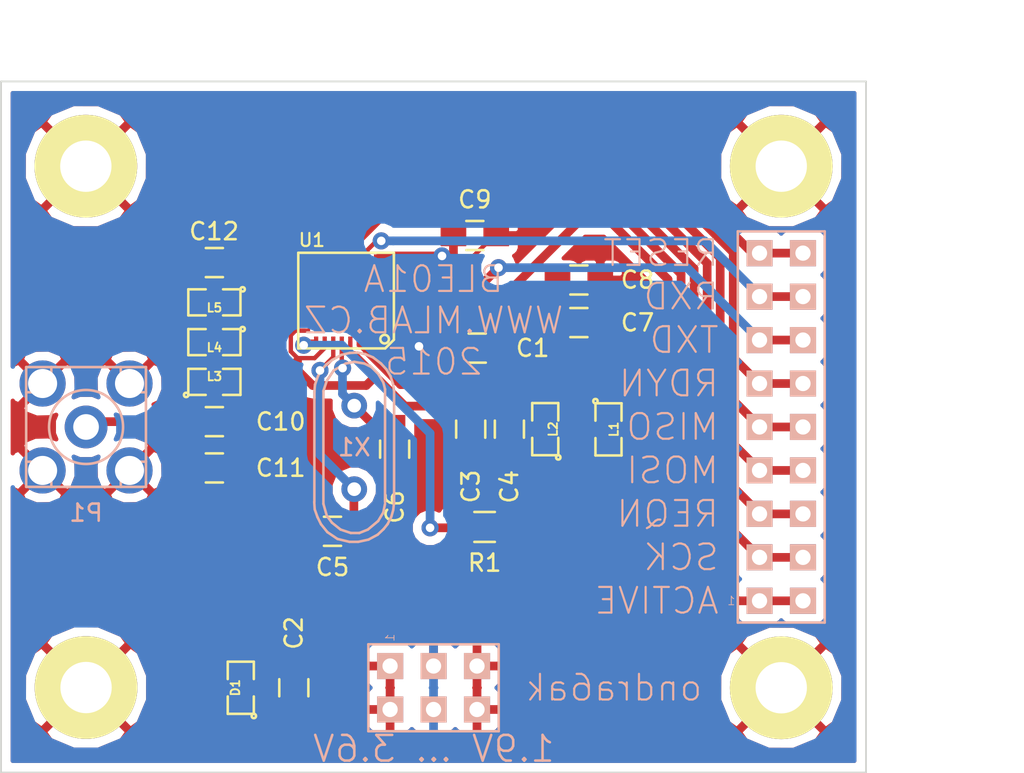
<source format=kicad_pcb>
(kicad_pcb (version 4) (host pcbnew "(2015-01-01 BZR 5345)-product")

  (general
    (links 79)
    (no_connects 3)
    (area 111.896914 93.577001 173.626353 139.3955)
    (thickness 1.6)
    (drawings 17)
    (tracks 254)
    (zones 0)
    (modules 28)
    (nets 25)
  )

  (page A4)
  (title_block
    (title BLE01)
    (date "3. 1. 2015")
    (rev A)
    (company "Mlab www.mlab.cz")
    (comment 1 "Module with the NRF8001 Bluetooth Low Energy chip from Nordic Semiconductor")
    (comment 2 "ondra6ak <ondra6ak@gmail.com>")
  )

  (layers
    (0 F.Cu signal)
    (31 B.Cu signal)
    (32 B.Adhes user)
    (33 F.Adhes user)
    (34 B.Paste user)
    (35 F.Paste user)
    (36 B.SilkS user)
    (37 F.SilkS user)
    (38 B.Mask user)
    (39 F.Mask user)
    (40 Dwgs.User user)
    (41 Cmts.User user)
    (42 Eco1.User user)
    (43 Eco2.User user)
    (44 Edge.Cuts user)
    (45 Margin user)
    (46 B.CrtYd user)
    (47 F.CrtYd user)
    (48 B.Fab user)
    (49 F.Fab user)
  )

  (setup
    (last_trace_width 0.254)
    (user_trace_width 0.254)
    (user_trace_width 0.508)
    (user_trace_width 1.532)
    (trace_clearance 0.127)
    (zone_clearance 0.508)
    (zone_45_only no)
    (trace_min 0.254)
    (segment_width 0.2)
    (edge_width 0.1)
    (via_size 1)
    (via_drill 0.5)
    (via_min_size 1)
    (via_min_drill 0.5)
    (uvia_size 0.5)
    (uvia_drill 0.25)
    (uvias_allowed no)
    (uvia_min_size 0.5)
    (uvia_min_drill 0.25)
    (pcb_text_width 0.127)
    (pcb_text_size 1.5 1.5)
    (mod_edge_width 0.127)
    (mod_text_size 1 1)
    (mod_text_width 0.127)
    (pad_size 1.524 1.524)
    (pad_drill 0.889)
    (pad_to_mask_clearance 0)
    (aux_axis_origin 0 0)
    (visible_elements FFFFFF7F)
    (pcbplotparams
      (layerselection 0x01130_80000001)
      (usegerberextensions false)
      (excludeedgelayer true)
      (linewidth 0.127000)
      (plotframeref false)
      (viasonmask false)
      (mode 1)
      (useauxorigin false)
      (hpglpennumber 1)
      (hpglpenspeed 20)
      (hpglpendiameter 15)
      (hpglpenoverlay 2)
      (psnegative false)
      (psa4output false)
      (plotreference true)
      (plotvalue false)
      (plotinvisibletext false)
      (padsonsilk false)
      (subtractmaskfromsilk false)
      (outputformat 1)
      (mirror false)
      (drillshape 0)
      (scaleselection 1)
      (outputdirectory gerber/))
  )

  (net 0 "")
  (net 1 GND)
  (net 2 /AVDD)
  (net 3 "Net-(C8-Pad1)")
  (net 4 /VDD_PA)
  (net 5 /XC2)
  (net 6 /XC1)
  (net 7 /ACTIVE)
  (net 8 /SCK)
  (net 9 /REQN)
  (net 10 /MOSI)
  (net 11 /MISO)
  (net 12 /RDYN)
  (net 13 /TXD)
  (net 14 /RXD)
  (net 15 /RESET)
  (net 16 /ANT2)
  (net 17 /ANT1)
  (net 18 "Net-(R1-Pad2)")
  (net 19 VCC)
  (net 20 "Net-(C7-Pad1)")
  (net 21 "Net-(L1-Pad1)")
  (net 22 "Net-(L1-Pad2)")
  (net 23 "Net-(C10-Pad1)")
  (net 24 "Net-(C10-Pad2)")

  (net_class Default "This is the default net class."
    (clearance 0.127)
    (trace_width 0.254)
    (via_dia 1)
    (via_drill 0.5)
    (uvia_dia 0.5)
    (uvia_drill 0.25)
    (add_net /ACTIVE)
    (add_net /ANT1)
    (add_net /ANT2)
    (add_net /AVDD)
    (add_net /MISO)
    (add_net /MOSI)
    (add_net /RDYN)
    (add_net /REQN)
    (add_net /RESET)
    (add_net /RXD)
    (add_net /SCK)
    (add_net /TXD)
    (add_net /VDD_PA)
    (add_net /XC1)
    (add_net /XC2)
    (add_net GND)
    (add_net "Net-(C10-Pad1)")
    (add_net "Net-(C10-Pad2)")
    (add_net "Net-(C7-Pad1)")
    (add_net "Net-(C8-Pad1)")
    (add_net "Net-(L1-Pad1)")
    (add_net "Net-(L1-Pad2)")
    (add_net "Net-(R1-Pad2)")
    (add_net VCC)
  )

  (module Capacitors_SMD:C_0805_HandSoldering placed (layer F.Cu) (tedit 54A7A65F) (tstamp 549FD133)
    (at 147.24126 111.94542)
    (descr "Capacitor SMD 0805, hand soldering")
    (tags "capacitor 0805")
    (path /5463E21E)
    (attr smd)
    (fp_text reference C7 (at 3.429 0.00508) (layer F.SilkS)
      (effects (font (size 1 1) (thickness 0.15)))
    )
    (fp_text value 100nF (at 0 2.1) (layer F.SilkS) hide
      (effects (font (size 1 1) (thickness 0.15)))
    )
    (fp_line (start -2.3 -1) (end 2.3 -1) (layer F.CrtYd) (width 0.05))
    (fp_line (start -2.3 1) (end 2.3 1) (layer F.CrtYd) (width 0.05))
    (fp_line (start -2.3 -1) (end -2.3 1) (layer F.CrtYd) (width 0.05))
    (fp_line (start 2.3 -1) (end 2.3 1) (layer F.CrtYd) (width 0.05))
    (fp_line (start 0.5 -0.85) (end -0.5 -0.85) (layer F.SilkS) (width 0.15))
    (fp_line (start -0.5 0.85) (end 0.5 0.85) (layer F.SilkS) (width 0.15))
    (pad 1 smd rect (at -1.25 0) (size 1.5 1.25) (layers F.Cu F.Paste F.Mask)
      (net 20 "Net-(C7-Pad1)"))
    (pad 2 smd rect (at 1.25 0) (size 1.5 1.25) (layers F.Cu F.Paste F.Mask)
      (net 1 GND))
    (model Capacitors_SMD/C_0805N.wrl
      (at (xyz 0 0 0))
      (scale (xyz 1 1 1))
      (rotate (xyz 0 0 0))
    )
  )

  (module SMD_Packages:QFN-32-1EP placed (layer F.Cu) (tedit 54A7B3EC) (tstamp 549FD084)
    (at 133.63575 110.66145 180)
    (descr QFN-32-1EP)
    (path /5463A669)
    (attr smd)
    (fp_text reference U1 (at 2.00025 3.53695 180) (layer F.SilkS)
      (effects (font (size 0.762 0.762) (thickness 0.127)))
    )
    (fp_text value NRF8001 (at 3.937 -2.667 180) (layer F.SilkS) hide
      (effects (font (size 0.762 0.635) (thickness 0.1524)))
    )
    (fp_line (start 2.794 2.794) (end -2.794 2.794) (layer F.SilkS) (width 0.15))
    (fp_line (start -2.794 2.794) (end -2.794 2.667) (layer F.SilkS) (width 0.15))
    (fp_line (start -2.286 -2.794) (end 2.794 -2.794) (layer F.SilkS) (width 0.15))
    (fp_line (start 2.794 -2.794) (end 2.794 2.794) (layer F.SilkS) (width 0.15))
    (fp_line (start -2.794 2.667) (end -2.794 -2.286) (layer F.SilkS) (width 0.15))
    (fp_line (start -2.794 -2.286) (end -2.286 -2.794) (layer F.SilkS) (width 0.15))
    (fp_circle (center -2.25298 -2.25298) (end -2.25298 -2.50444) (layer F.SilkS) (width 0.15))
    (pad 1 smd rect (at -2.39776 -1.74752 180) (size 0.59944 0.24892) (layers F.Cu F.Paste F.Mask)
      (net 19 VCC))
    (pad 2 smd rect (at -2.39776 -1.24714 180) (size 0.59944 0.24892) (layers F.Cu F.Paste F.Mask)
      (net 20 "Net-(C7-Pad1)"))
    (pad 3 smd rect (at -2.39776 -0.74676 180) (size 0.59944 0.24892) (layers F.Cu F.Paste F.Mask)
      (net 3 "Net-(C8-Pad1)"))
    (pad 4 smd rect (at -2.39776 -0.24638 180) (size 0.59944 0.24892) (layers F.Cu F.Paste F.Mask))
    (pad 5 smd rect (at -2.39776 0.25146 180) (size 0.59944 0.24892) (layers F.Cu F.Paste F.Mask))
    (pad 6 smd rect (at -2.39776 0.75184 180) (size 0.59944 0.24892) (layers F.Cu F.Paste F.Mask)
      (net 7 /ACTIVE))
    (pad 7 smd rect (at -2.39776 1.25222 180) (size 0.59944 0.24892) (layers F.Cu F.Paste F.Mask)
      (net 13 /TXD))
    (pad 8 smd rect (at -2.39776 1.7526 180) (size 0.59944 0.24892) (layers F.Cu F.Paste F.Mask)
      (net 1 GND))
    (pad 13 smd rect (at 0.24892 2.40284 180) (size 0.24892 0.59944) (layers F.Cu F.Paste F.Mask)
      (net 10 /MOSI))
    (pad 14 smd rect (at 0.74676 2.40284 180) (size 0.24892 0.59944) (layers F.Cu F.Paste F.Mask)
      (net 11 /MISO))
    (pad 15 smd rect (at 1.24714 2.40284 180) (size 0.24892 0.59944) (layers F.Cu F.Paste F.Mask))
    (pad 16 smd rect (at 1.74752 2.40284 180) (size 0.24892 0.59944) (layers F.Cu F.Paste F.Mask)
      (net 12 /RDYN))
    (pad 33 smd rect (at 0 0 180) (size 3.29946 3.29946) (layers F.Cu F.Paste F.Mask)
      (net 1 GND))
    (pad 9 smd rect (at -1.75006 2.40284 180) (size 0.24892 0.59944) (layers F.Cu F.Paste F.Mask)
      (net 19 VCC))
    (pad 10 smd rect (at -1.24968 2.40284 180) (size 0.24892 0.59944) (layers F.Cu F.Paste F.Mask)
      (net 14 /RXD))
    (pad 11 smd rect (at -0.7493 2.40284 180) (size 0.24892 0.59944) (layers F.Cu F.Paste F.Mask)
      (net 8 /SCK))
    (pad 12 smd rect (at -0.25146 2.40284 180) (size 0.24892 0.59944) (layers F.Cu F.Paste F.Mask)
      (net 9 /REQN))
    (pad 17 smd rect (at 2.39776 1.74752 180) (size 0.59944 0.24892) (layers F.Cu F.Paste F.Mask)
      (net 1 GND))
    (pad 18 smd rect (at 2.4003 1.24714 180) (size 0.59944 0.24892) (layers F.Cu F.Paste F.Mask)
      (net 1 GND))
    (pad 19 smd rect (at 2.4003 0.7493 180) (size 0.59944 0.24892) (layers F.Cu F.Paste F.Mask)
      (net 15 /RESET))
    (pad 20 smd rect (at 2.4003 0.24892 180) (size 0.59944 0.24892) (layers F.Cu F.Paste F.Mask)
      (net 4 /VDD_PA))
    (pad 21 smd rect (at 2.4003 -0.25146 180) (size 0.59944 0.24892) (layers F.Cu F.Paste F.Mask)
      (net 17 /ANT1))
    (pad 22 smd rect (at 2.4003 -0.75184 180) (size 0.59944 0.24892) (layers F.Cu F.Paste F.Mask)
      (net 16 /ANT2))
    (pad 23 smd rect (at 2.4003 -1.25222 180) (size 0.59944 0.24892) (layers F.Cu F.Paste F.Mask)
      (net 1 GND))
    (pad 24 smd rect (at 2.4003 -1.7526 180) (size 0.59944 0.24892) (layers F.Cu F.Paste F.Mask)
      (net 2 /AVDD))
    (pad 25 smd rect (at 1.75006 -2.4003 180) (size 0.24892 0.59944) (layers F.Cu F.Paste F.Mask)
      (net 18 "Net-(R1-Pad2)"))
    (pad 26 smd rect (at 1.24968 -2.4003 180) (size 0.24892 0.59944) (layers F.Cu F.Paste F.Mask)
      (net 2 /AVDD))
    (pad 27 smd rect (at 0.7493 -2.4003 180) (size 0.24892 0.59944) (layers F.Cu F.Paste F.Mask)
      (net 5 /XC2))
    (pad 28 smd rect (at 0.25146 -2.4003 180) (size 0.24892 0.59944) (layers F.Cu F.Paste F.Mask)
      (net 6 /XC1))
    (pad 29 smd rect (at -0.24892 -2.4003 180) (size 0.24892 0.59944) (layers F.Cu F.Paste F.Mask)
      (net 2 /AVDD))
    (pad 30 smd rect (at -0.7493 -2.4003 180) (size 0.24892 0.59944) (layers F.Cu F.Paste F.Mask)
      (net 1 GND))
    (pad 31 smd rect (at -1.24968 -2.4003 180) (size 0.24892 0.59944) (layers F.Cu F.Paste F.Mask)
      (net 1 GND))
    (pad 32 smd rect (at -1.75006 -2.4003 180) (size 0.24892 0.59944) (layers F.Cu F.Paste F.Mask)
      (net 21 "Net-(L1-Pad1)"))
  )

  (module Connect:SMA6251A13G50 (layer B.Cu) (tedit 54A7D23C) (tstamp 54A93B44)
    (at 118.4402 118.0465 180)
    (path /5463DD04)
    (fp_text reference P1 (at 0 -5.02 180) (layer B.SilkS)
      (effects (font (size 1 1) (thickness 0.15)) (justify mirror))
    )
    (fp_text value SMA6251A13G50 (at 0 5.02 180) (layer B.SilkS) hide
      (effects (font (size 1 1) (thickness 0.15)) (justify mirror))
    )
    (fp_circle (center 0 0) (end 0.03 -0.08) (layer B.SilkS) (width 0.15))
    (fp_circle (center 0 0) (end -0.11 -2.16) (layer B.SilkS) (width 0.15))
    (fp_line (start 2.03 3.05) (end 3.05 3.05) (layer B.SilkS) (width 0.15))
    (fp_line (start 3.05 3.05) (end 3.05 2.03) (layer B.SilkS) (width 0.15))
    (fp_line (start -2.03 3.05) (end -3.05 3.05) (layer B.SilkS) (width 0.15))
    (fp_line (start -3.05 3.05) (end -3.05 2.03) (layer B.SilkS) (width 0.15))
    (fp_line (start -2.03 -3.05) (end -3.05 -3.05) (layer B.SilkS) (width 0.15))
    (fp_line (start -3.05 -3.05) (end -3.05 -2.03) (layer B.SilkS) (width 0.15))
    (fp_line (start 3.05 -3.05) (end 3.05 -2.03) (layer B.SilkS) (width 0.15))
    (fp_line (start 3.05 -3.05) (end 2.03 -3.05) (layer B.SilkS) (width 0.15))
    (fp_line (start 2.03 3.5) (end 2.03 2.03) (layer B.SilkS) (width 0.15))
    (fp_line (start 2.03 2.03) (end 3.5 2.03) (layer B.SilkS) (width 0.15))
    (fp_line (start -2.03 2.03) (end -2.03 3.5) (layer B.SilkS) (width 0.15))
    (fp_line (start -3.5 2.03) (end -2.03 2.03) (layer B.SilkS) (width 0.15))
    (fp_line (start 2.03 -3.5) (end 2.03 -2.03) (layer B.SilkS) (width 0.15))
    (fp_line (start 2.03 -2.03) (end 3.5 -2.03) (layer B.SilkS) (width 0.15))
    (fp_line (start -2.03 -3.5) (end -2.03 -2.03) (layer B.SilkS) (width 0.15))
    (fp_line (start -2.03 -2.03) (end -3.5 -2.03) (layer B.SilkS) (width 0.15))
    (fp_line (start -3.5 3.5) (end 3.5 3.5) (layer B.SilkS) (width 0.15))
    (fp_line (start 3.5 3.5) (end 3.5 -3.5) (layer B.SilkS) (width 0.15))
    (fp_line (start 3.5 -3.5) (end -3.5 -3.5) (layer B.SilkS) (width 0.15))
    (fp_line (start -3.5 -3.5) (end -3.5 3.5) (layer B.SilkS) (width 0.15))
    (pad 1 thru_hole circle (at 0 0 180) (size 2.5 2.5) (drill 1.5) (layers *.Cu *.Mask)
      (net 24 "Net-(C10-Pad2)"))
    (pad 2 thru_hole circle (at 2.54 2.54 180) (size 2.7 2.7) (drill 1.7) (layers *.Cu *.Mask)
      (net 1 GND))
    (pad 2 thru_hole circle (at -2.54 2.54 180) (size 2.7 2.7) (drill 1.7) (layers *.Cu *.Mask)
      (net 1 GND))
    (pad 2 thru_hole circle (at -2.54 -2.54 180) (size 2.7 2.7) (drill 1.7) (layers *.Cu *.Mask)
      (net 1 GND))
    (pad 2 thru_hole circle (at 2.54 -2.54 180) (size 2.7 2.7) (drill 1.7) (layers *.Cu *.Mask)
      (net 1 GND))
  )

  (module Wire_Pads:SolderWirePad_single_2-5mmDrill locked (layer F.Cu) (tedit 549F3E58) (tstamp 549FD199)
    (at 118.4275 102.8065 180)
    (path /54874F39)
    (fp_text reference M4 (at 0 -5.08 180) (layer F.SilkS) hide
      (effects (font (size 1 1) (thickness 0.15)))
    )
    (fp_text value HOLE (at 1.27 5.08 180) (layer F.SilkS) hide
      (effects (font (size 1 1) (thickness 0.15)))
    )
    (pad 1 thru_hole circle (at 0 0 180) (size 6 6) (drill 3) (layers *.Cu *.Mask F.SilkS)
      (net 1 GND))
  )

  (module Wire_Pads:SolderWirePad_single_2-5mmDrill locked (layer F.Cu) (tedit 549F3E5C) (tstamp 549FD193)
    (at 159.0675 102.8065 180)
    (path /54874F05)
    (fp_text reference M3 (at 0 -5.08 180) (layer F.SilkS) hide
      (effects (font (size 1 1) (thickness 0.15)))
    )
    (fp_text value HOLE (at 1.27 5.08 180) (layer F.SilkS) hide
      (effects (font (size 1 1) (thickness 0.15)))
    )
    (pad 1 thru_hole circle (at 0 0 180) (size 6 6) (drill 3) (layers *.Cu *.Mask F.SilkS)
      (net 1 GND))
  )

  (module Wire_Pads:SolderWirePad_single_2-5mmDrill locked (layer F.Cu) (tedit 549F3E55) (tstamp 549FD18D)
    (at 118.4402 133.2738 180)
    (path /54874ED0)
    (fp_text reference M2 (at 0 -5.08 180) (layer F.SilkS) hide
      (effects (font (size 1 1) (thickness 0.15)))
    )
    (fp_text value HOLE (at 1.27 5.08 180) (layer F.SilkS) hide
      (effects (font (size 1 1) (thickness 0.15)))
    )
    (pad 1 thru_hole circle (at 0 0 180) (size 6 6) (drill 3) (layers *.Cu *.Mask F.SilkS)
      (net 1 GND))
  )

  (module Wire_Pads:SolderWirePad_single_2-5mmDrill locked (layer F.Cu) (tedit 549F3E4D) (tstamp 549FD187)
    (at 159.0675 133.2865 180)
    (path /54874DD9)
    (fp_text reference M1 (at 0 -5.08 180) (layer F.SilkS) hide
      (effects (font (size 1 1) (thickness 0.15)))
    )
    (fp_text value HOLE (at 1.27 5.08 180) (layer F.SilkS) hide
      (effects (font (size 1 1) (thickness 0.15)))
    )
    (pad 1 thru_hole circle (at 0 0 180) (size 6 6) (drill 3) (layers *.Cu *.Mask F.SilkS)
      (net 1 GND))
  )

  (module Capacitors_SMD:C_0805_HandSoldering placed (layer F.Cu) (tedit 54A92E01) (tstamp 549FD181)
    (at 141.3002 113.4364)
    (descr "Capacitor SMD 0805, hand soldering")
    (tags "capacitor 0805")
    (path /5463C409)
    (attr smd)
    (fp_text reference C1 (at 3.2385 0) (layer F.SilkS)
      (effects (font (size 1 1) (thickness 0.15)))
    )
    (fp_text value 100nF (at 0 2.1) (layer F.SilkS) hide
      (effects (font (size 1 1) (thickness 0.15)))
    )
    (fp_line (start -2.3 -1) (end 2.3 -1) (layer F.CrtYd) (width 0.05))
    (fp_line (start -2.3 1) (end 2.3 1) (layer F.CrtYd) (width 0.05))
    (fp_line (start -2.3 -1) (end -2.3 1) (layer F.CrtYd) (width 0.05))
    (fp_line (start 2.3 -1) (end 2.3 1) (layer F.CrtYd) (width 0.05))
    (fp_line (start 0.5 -0.85) (end -0.5 -0.85) (layer F.SilkS) (width 0.15))
    (fp_line (start -0.5 0.85) (end 0.5 0.85) (layer F.SilkS) (width 0.15))
    (pad 1 smd rect (at -1.25 0) (size 1.5 1.25) (layers F.Cu F.Paste F.Mask)
      (net 19 VCC))
    (pad 2 smd rect (at 1.25 0) (size 1.5 1.25) (layers F.Cu F.Paste F.Mask)
      (net 1 GND))
    (model Capacitors_SMD/C_0805N.wrl
      (at (xyz 0 0 0))
      (scale (xyz 1 1 1))
      (rotate (xyz 0 0 0))
    )
  )

  (module Capacitors_SMD:C_0805_HandSoldering placed (layer F.Cu) (tedit 54A6FF75) (tstamp 549FD174)
    (at 130.5814 133.2865 270)
    (descr "Capacitor SMD 0805, hand soldering")
    (tags "capacitor 0805")
    (path /5463A888)
    (attr smd)
    (fp_text reference C2 (at -3.2004 0 270) (layer F.SilkS)
      (effects (font (size 1 1) (thickness 0.15)))
    )
    (fp_text value 22uF/6.3V (at 0 2.1 270) (layer F.SilkS) hide
      (effects (font (size 1 1) (thickness 0.15)))
    )
    (fp_line (start -2.3 -1) (end 2.3 -1) (layer F.CrtYd) (width 0.05))
    (fp_line (start -2.3 1) (end 2.3 1) (layer F.CrtYd) (width 0.05))
    (fp_line (start -2.3 -1) (end -2.3 1) (layer F.CrtYd) (width 0.05))
    (fp_line (start 2.3 -1) (end 2.3 1) (layer F.CrtYd) (width 0.05))
    (fp_line (start 0.5 -0.85) (end -0.5 -0.85) (layer F.SilkS) (width 0.15))
    (fp_line (start -0.5 0.85) (end 0.5 0.85) (layer F.SilkS) (width 0.15))
    (pad 1 smd rect (at -1.25 0 270) (size 1.5 1.25) (layers F.Cu F.Paste F.Mask)
      (net 19 VCC))
    (pad 2 smd rect (at 1.25 0 270) (size 1.5 1.25) (layers F.Cu F.Paste F.Mask)
      (net 1 GND))
    (model Capacitors_SMD/C_0805N.wrl
      (at (xyz 0 0 0))
      (scale (xyz 1 1 1))
      (rotate (xyz 0 0 0))
    )
  )

  (module Capacitors_SMD:C_0805_HandSoldering placed (layer F.Cu) (tedit 54A92DCC) (tstamp 54A814D8)
    (at 140.9192 118.1735 270)
    (descr "Capacitor SMD 0805, hand soldering")
    (tags "capacitor 0805")
    (path /5463CB28)
    (attr smd)
    (fp_text reference C3 (at 3.3528 0 270) (layer F.SilkS)
      (effects (font (size 1 1) (thickness 0.15)))
    )
    (fp_text value 1nF (at 0 2.1 270) (layer F.SilkS) hide
      (effects (font (size 1 1) (thickness 0.15)))
    )
    (fp_line (start -2.3 -1) (end 2.3 -1) (layer F.CrtYd) (width 0.05))
    (fp_line (start -2.3 1) (end 2.3 1) (layer F.CrtYd) (width 0.05))
    (fp_line (start -2.3 -1) (end -2.3 1) (layer F.CrtYd) (width 0.05))
    (fp_line (start 2.3 -1) (end 2.3 1) (layer F.CrtYd) (width 0.05))
    (fp_line (start 0.5 -0.85) (end -0.5 -0.85) (layer F.SilkS) (width 0.15))
    (fp_line (start -0.5 0.85) (end 0.5 0.85) (layer F.SilkS) (width 0.15))
    (pad 1 smd rect (at -1.25 0 270) (size 1.5 1.25) (layers F.Cu F.Paste F.Mask)
      (net 2 /AVDD))
    (pad 2 smd rect (at 1.25 0 270) (size 1.5 1.25) (layers F.Cu F.Paste F.Mask)
      (net 1 GND))
    (model Capacitors_SMD/C_0805N.wrl
      (at (xyz 0 0 0))
      (scale (xyz 1 1 1))
      (rotate (xyz 0 0 0))
    )
  )

  (module Capacitors_SMD:C_0805_HandSoldering placed (layer F.Cu) (tedit 54A92DDC) (tstamp 54A814CB)
    (at 143.1798 118.1735 270)
    (descr "Capacitor SMD 0805, hand soldering")
    (tags "capacitor 0805")
    (path /5463CD08)
    (attr smd)
    (fp_text reference C4 (at 3.3655 0 270) (layer F.SilkS)
      (effects (font (size 1 1) (thickness 0.15)))
    )
    (fp_text value 1uF (at 0 2.1 270) (layer F.SilkS) hide
      (effects (font (size 1 1) (thickness 0.15)))
    )
    (fp_line (start -2.3 -1) (end 2.3 -1) (layer F.CrtYd) (width 0.05))
    (fp_line (start -2.3 1) (end 2.3 1) (layer F.CrtYd) (width 0.05))
    (fp_line (start -2.3 -1) (end -2.3 1) (layer F.CrtYd) (width 0.05))
    (fp_line (start 2.3 -1) (end 2.3 1) (layer F.CrtYd) (width 0.05))
    (fp_line (start 0.5 -0.85) (end -0.5 -0.85) (layer F.SilkS) (width 0.15))
    (fp_line (start -0.5 0.85) (end 0.5 0.85) (layer F.SilkS) (width 0.15))
    (pad 1 smd rect (at -1.25 0 270) (size 1.5 1.25) (layers F.Cu F.Paste F.Mask)
      (net 2 /AVDD))
    (pad 2 smd rect (at 1.25 0 270) (size 1.5 1.25) (layers F.Cu F.Paste F.Mask)
      (net 1 GND))
    (model Capacitors_SMD/C_0805N.wrl
      (at (xyz 0 0 0))
      (scale (xyz 1 1 1))
      (rotate (xyz 0 0 0))
    )
  )

  (module Capacitors_SMD:C_0805_HandSoldering placed (layer F.Cu) (tedit 549FCDE1) (tstamp 54A7E42C)
    (at 132.842 124.1425 180)
    (descr "Capacitor SMD 0805, hand soldering")
    (tags "capacitor 0805")
    (path /5463CB53)
    (attr smd)
    (fp_text reference C5 (at 0 -2.1 180) (layer F.SilkS)
      (effects (font (size 1 1) (thickness 0.15)))
    )
    (fp_text value 12pF (at 0 2.1 180) (layer F.SilkS) hide
      (effects (font (size 1 1) (thickness 0.15)))
    )
    (fp_line (start -2.3 -1) (end 2.3 -1) (layer F.CrtYd) (width 0.05))
    (fp_line (start -2.3 1) (end 2.3 1) (layer F.CrtYd) (width 0.05))
    (fp_line (start -2.3 -1) (end -2.3 1) (layer F.CrtYd) (width 0.05))
    (fp_line (start 2.3 -1) (end 2.3 1) (layer F.CrtYd) (width 0.05))
    (fp_line (start 0.5 -0.85) (end -0.5 -0.85) (layer F.SilkS) (width 0.15))
    (fp_line (start -0.5 0.85) (end 0.5 0.85) (layer F.SilkS) (width 0.15))
    (pad 1 smd rect (at -1.25 0 180) (size 1.5 1.25) (layers F.Cu F.Paste F.Mask)
      (net 5 /XC2))
    (pad 2 smd rect (at 1.25 0 180) (size 1.5 1.25) (layers F.Cu F.Paste F.Mask)
      (net 1 GND))
    (model Capacitors_SMD/C_0805N.wrl
      (at (xyz 0 0 0))
      (scale (xyz 1 1 1))
      (rotate (xyz 0 0 0))
    )
  )

  (module Capacitors_SMD:C_0805_HandSoldering placed (layer F.Cu) (tedit 54A92DEF) (tstamp 549FD140)
    (at 136.4742 119.3419 270)
    (descr "Capacitor SMD 0805, hand soldering")
    (tags "capacitor 0805")
    (path /5463CABB)
    (attr smd)
    (fp_text reference C6 (at 3.3782 -0.0127 270) (layer F.SilkS)
      (effects (font (size 1 1) (thickness 0.15)))
    )
    (fp_text value 12pF (at 0 2.1 270) (layer F.SilkS) hide
      (effects (font (size 1 1) (thickness 0.15)))
    )
    (fp_line (start -2.3 -1) (end 2.3 -1) (layer F.CrtYd) (width 0.05))
    (fp_line (start -2.3 1) (end 2.3 1) (layer F.CrtYd) (width 0.05))
    (fp_line (start -2.3 -1) (end -2.3 1) (layer F.CrtYd) (width 0.05))
    (fp_line (start 2.3 -1) (end 2.3 1) (layer F.CrtYd) (width 0.05))
    (fp_line (start 0.5 -0.85) (end -0.5 -0.85) (layer F.SilkS) (width 0.15))
    (fp_line (start -0.5 0.85) (end 0.5 0.85) (layer F.SilkS) (width 0.15))
    (pad 1 smd rect (at -1.25 0 270) (size 1.5 1.25) (layers F.Cu F.Paste F.Mask)
      (net 6 /XC1))
    (pad 2 smd rect (at 1.25 0 270) (size 1.5 1.25) (layers F.Cu F.Paste F.Mask)
      (net 1 GND))
    (model Capacitors_SMD/C_0805N.wrl
      (at (xyz 0 0 0))
      (scale (xyz 1 1 1))
      (rotate (xyz 0 0 0))
    )
  )

  (module Capacitors_SMD:C_0805_HandSoldering placed (layer F.Cu) (tedit 54A7A675) (tstamp 54A99DB8)
    (at 147.24126 109.45622)
    (descr "Capacitor SMD 0805, hand soldering")
    (tags "capacitor 0805")
    (path /5463DF60)
    (attr smd)
    (fp_text reference C8 (at 3.429 -0.00508) (layer F.SilkS)
      (effects (font (size 1 1) (thickness 0.15)))
    )
    (fp_text value 33nF (at 0 2.1) (layer F.SilkS) hide
      (effects (font (size 1 1) (thickness 0.15)))
    )
    (fp_line (start -2.3 -1) (end 2.3 -1) (layer F.CrtYd) (width 0.05))
    (fp_line (start -2.3 1) (end 2.3 1) (layer F.CrtYd) (width 0.05))
    (fp_line (start -2.3 -1) (end -2.3 1) (layer F.CrtYd) (width 0.05))
    (fp_line (start 2.3 -1) (end 2.3 1) (layer F.CrtYd) (width 0.05))
    (fp_line (start 0.5 -0.85) (end -0.5 -0.85) (layer F.SilkS) (width 0.15))
    (fp_line (start -0.5 0.85) (end 0.5 0.85) (layer F.SilkS) (width 0.15))
    (pad 1 smd rect (at -1.25 0) (size 1.5 1.25) (layers F.Cu F.Paste F.Mask)
      (net 3 "Net-(C8-Pad1)"))
    (pad 2 smd rect (at 1.25 0) (size 1.5 1.25) (layers F.Cu F.Paste F.Mask)
      (net 1 GND))
    (model Capacitors_SMD/C_0805N.wrl
      (at (xyz 0 0 0))
      (scale (xyz 1 1 1))
      (rotate (xyz 0 0 0))
    )
  )

  (module Capacitors_SMD:C_0805_HandSoldering placed (layer F.Cu) (tedit 549FCDFB) (tstamp 54A92BBB)
    (at 141.1605 106.8578)
    (descr "Capacitor SMD 0805, hand soldering")
    (tags "capacitor 0805")
    (path /54875CD9)
    (attr smd)
    (fp_text reference C9 (at 0 -2.1) (layer F.SilkS)
      (effects (font (size 1 1) (thickness 0.15)))
    )
    (fp_text value 100nF (at 0 2.1) (layer F.SilkS) hide
      (effects (font (size 1 1) (thickness 0.15)))
    )
    (fp_line (start -2.3 -1) (end 2.3 -1) (layer F.CrtYd) (width 0.05))
    (fp_line (start -2.3 1) (end 2.3 1) (layer F.CrtYd) (width 0.05))
    (fp_line (start -2.3 -1) (end -2.3 1) (layer F.CrtYd) (width 0.05))
    (fp_line (start 2.3 -1) (end 2.3 1) (layer F.CrtYd) (width 0.05))
    (fp_line (start 0.5 -0.85) (end -0.5 -0.85) (layer F.SilkS) (width 0.15))
    (fp_line (start -0.5 0.85) (end 0.5 0.85) (layer F.SilkS) (width 0.15))
    (pad 1 smd rect (at -1.25 0) (size 1.5 1.25) (layers F.Cu F.Paste F.Mask)
      (net 19 VCC))
    (pad 2 smd rect (at 1.25 0) (size 1.5 1.25) (layers F.Cu F.Paste F.Mask)
      (net 1 GND))
    (model Capacitors_SMD/C_0805N.wrl
      (at (xyz 0 0 0))
      (scale (xyz 1 1 1))
      (rotate (xyz 0 0 0))
    )
  )

  (module Capacitors_SMD:C_0805_HandSoldering placed (layer F.Cu) (tedit 54A6FC28) (tstamp 549FD10C)
    (at 125.93955 117.73535 180)
    (descr "Capacitor SMD 0805, hand soldering")
    (tags "capacitor 0805")
    (path /5463D5AF)
    (attr smd)
    (fp_text reference C10 (at -3.8735 0 180) (layer F.SilkS)
      (effects (font (size 1 1) (thickness 0.15)))
    )
    (fp_text value 1.8pF (at 0 2.1 180) (layer F.SilkS) hide
      (effects (font (size 1 1) (thickness 0.15)))
    )
    (fp_line (start -2.3 -1) (end 2.3 -1) (layer F.CrtYd) (width 0.05))
    (fp_line (start -2.3 1) (end 2.3 1) (layer F.CrtYd) (width 0.05))
    (fp_line (start -2.3 -1) (end -2.3 1) (layer F.CrtYd) (width 0.05))
    (fp_line (start 2.3 -1) (end 2.3 1) (layer F.CrtYd) (width 0.05))
    (fp_line (start 0.5 -0.85) (end -0.5 -0.85) (layer F.SilkS) (width 0.15))
    (fp_line (start -0.5 0.85) (end 0.5 0.85) (layer F.SilkS) (width 0.15))
    (pad 1 smd rect (at -1.25 0 180) (size 1.5 1.25) (layers F.Cu F.Paste F.Mask)
      (net 23 "Net-(C10-Pad1)"))
    (pad 2 smd rect (at 1.25 0 180) (size 1.5 1.25) (layers F.Cu F.Paste F.Mask)
      (net 24 "Net-(C10-Pad2)"))
    (model Capacitors_SMD/C_0805N.wrl
      (at (xyz 0 0 0))
      (scale (xyz 1 1 1))
      (rotate (xyz 0 0 0))
    )
  )

  (module Capacitors_SMD:C_0805_HandSoldering placed (layer F.Cu) (tedit 54A6FC35) (tstamp 549FD0FF)
    (at 125.93955 120.44045)
    (descr "Capacitor SMD 0805, hand soldering")
    (tags "capacitor 0805")
    (path /5463E415)
    (attr smd)
    (fp_text reference C11 (at 3.8735 0) (layer F.SilkS)
      (effects (font (size 1 1) (thickness 0.15)))
    )
    (fp_text value 1.2pF (at 0 2.1) (layer F.SilkS) hide
      (effects (font (size 1 1) (thickness 0.15)))
    )
    (fp_line (start -2.3 -1) (end 2.3 -1) (layer F.CrtYd) (width 0.05))
    (fp_line (start -2.3 1) (end 2.3 1) (layer F.CrtYd) (width 0.05))
    (fp_line (start -2.3 -1) (end -2.3 1) (layer F.CrtYd) (width 0.05))
    (fp_line (start 2.3 -1) (end 2.3 1) (layer F.CrtYd) (width 0.05))
    (fp_line (start 0.5 -0.85) (end -0.5 -0.85) (layer F.SilkS) (width 0.15))
    (fp_line (start -0.5 0.85) (end 0.5 0.85) (layer F.SilkS) (width 0.15))
    (pad 1 smd rect (at -1.25 0) (size 1.5 1.25) (layers F.Cu F.Paste F.Mask)
      (net 24 "Net-(C10-Pad2)"))
    (pad 2 smd rect (at 1.25 0) (size 1.5 1.25) (layers F.Cu F.Paste F.Mask)
      (net 1 GND))
    (model Capacitors_SMD/C_0805N.wrl
      (at (xyz 0 0 0))
      (scale (xyz 1 1 1))
      (rotate (xyz 0 0 0))
    )
  )

  (module Capacitors_SMD:C_0805_HandSoldering placed (layer F.Cu) (tedit 54A7B3F5) (tstamp 549FD0F2)
    (at 125.93955 108.43895)
    (descr "Capacitor SMD 0805, hand soldering")
    (tags "capacitor 0805")
    (path /5463D807)
    (attr smd)
    (fp_text reference C12 (at -0.01905 -1.82245) (layer F.SilkS)
      (effects (font (size 1 1) (thickness 0.15)))
    )
    (fp_text value 2.2nF (at 0 2.1) (layer F.SilkS) hide
      (effects (font (size 1 1) (thickness 0.15)))
    )
    (fp_line (start -2.3 -1) (end 2.3 -1) (layer F.CrtYd) (width 0.05))
    (fp_line (start -2.3 1) (end 2.3 1) (layer F.CrtYd) (width 0.05))
    (fp_line (start -2.3 -1) (end -2.3 1) (layer F.CrtYd) (width 0.05))
    (fp_line (start 2.3 -1) (end 2.3 1) (layer F.CrtYd) (width 0.05))
    (fp_line (start 0.5 -0.85) (end -0.5 -0.85) (layer F.SilkS) (width 0.15))
    (fp_line (start -0.5 0.85) (end 0.5 0.85) (layer F.SilkS) (width 0.15))
    (pad 1 smd rect (at -1.25 0) (size 1.5 1.25) (layers F.Cu F.Paste F.Mask)
      (net 4 /VDD_PA))
    (pad 2 smd rect (at 1.25 0) (size 1.5 1.25) (layers F.Cu F.Paste F.Mask)
      (net 1 GND))
    (model Capacitors_SMD/C_0805N.wrl
      (at (xyz 0 0 0))
      (scale (xyz 1 1 1))
      (rotate (xyz 0 0 0))
    )
  )

  (module SMD_Packages:SMD-0805 placed (layer F.Cu) (tedit 54A6FF7D) (tstamp 549FD0E5)
    (at 127.4826 133.2865 90)
    (path /5463A8AD)
    (attr smd)
    (fp_text reference D1 (at 0 -0.3175 90) (layer F.SilkS)
      (effects (font (size 0.50038 0.50038) (thickness 0.10922)))
    )
    (fp_text value 1N4007 (at 0 0.381 90) (layer F.SilkS) hide
      (effects (font (size 0.50038 0.50038) (thickness 0.10922)))
    )
    (fp_circle (center -1.651 0.762) (end -1.651 0.635) (layer F.SilkS) (width 0.15))
    (fp_line (start -0.508 0.762) (end -1.524 0.762) (layer F.SilkS) (width 0.15))
    (fp_line (start -1.524 0.762) (end -1.524 -0.762) (layer F.SilkS) (width 0.15))
    (fp_line (start -1.524 -0.762) (end -0.508 -0.762) (layer F.SilkS) (width 0.15))
    (fp_line (start 0.508 -0.762) (end 1.524 -0.762) (layer F.SilkS) (width 0.15))
    (fp_line (start 1.524 -0.762) (end 1.524 0.762) (layer F.SilkS) (width 0.15))
    (fp_line (start 1.524 0.762) (end 0.508 0.762) (layer F.SilkS) (width 0.15))
    (pad 1 smd rect (at -0.9525 0 90) (size 0.889 1.397) (layers F.Cu F.Paste F.Mask)
      (net 1 GND))
    (pad 2 smd rect (at 0.9525 0 90) (size 0.889 1.397) (layers F.Cu F.Paste F.Mask)
      (net 19 VCC))
    (model smd/chip_cms.wrl
      (at (xyz 0 0 0))
      (scale (xyz 0.1 0.1 0.1))
      (rotate (xyz 0 0 0))
    )
  )

  (module SMD_Packages:SMD-0805 placed (layer F.Cu) (tedit 549FCE2F) (tstamp 54A814BE)
    (at 148.971 118.1862 270)
    (path /5463C834)
    (attr smd)
    (fp_text reference L1 (at 0 -0.3175 270) (layer F.SilkS)
      (effects (font (size 0.50038 0.50038) (thickness 0.10922)))
    )
    (fp_text value 10uH (at 0 0.381 270) (layer F.SilkS) hide
      (effects (font (size 0.50038 0.50038) (thickness 0.10922)))
    )
    (fp_circle (center -1.651 0.762) (end -1.651 0.635) (layer F.SilkS) (width 0.15))
    (fp_line (start -0.508 0.762) (end -1.524 0.762) (layer F.SilkS) (width 0.15))
    (fp_line (start -1.524 0.762) (end -1.524 -0.762) (layer F.SilkS) (width 0.15))
    (fp_line (start -1.524 -0.762) (end -0.508 -0.762) (layer F.SilkS) (width 0.15))
    (fp_line (start 0.508 -0.762) (end 1.524 -0.762) (layer F.SilkS) (width 0.15))
    (fp_line (start 1.524 -0.762) (end 1.524 0.762) (layer F.SilkS) (width 0.15))
    (fp_line (start 1.524 0.762) (end 0.508 0.762) (layer F.SilkS) (width 0.15))
    (pad 1 smd rect (at -0.9525 0 270) (size 0.889 1.397) (layers F.Cu F.Paste F.Mask)
      (net 21 "Net-(L1-Pad1)"))
    (pad 2 smd rect (at 0.9525 0 270) (size 0.889 1.397) (layers F.Cu F.Paste F.Mask)
      (net 22 "Net-(L1-Pad2)"))
    (model smd/chip_cms.wrl
      (at (xyz 0 0 0))
      (scale (xyz 0.1 0.1 0.1))
      (rotate (xyz 0 0 0))
    )
  )

  (module SMD_Packages:SMD-0805 placed (layer F.Cu) (tedit 54A704D4) (tstamp 54A814B0)
    (at 145.2753 118.1735 90)
    (path /5463C9FA)
    (attr smd)
    (fp_text reference L2 (at 0 0.4572 90) (layer F.SilkS)
      (effects (font (size 0.50038 0.50038) (thickness 0.10922)))
    )
    (fp_text value 15nH (at 0 0.381 90) (layer F.SilkS) hide
      (effects (font (size 0.50038 0.50038) (thickness 0.10922)))
    )
    (fp_circle (center -1.651 0.762) (end -1.651 0.635) (layer F.SilkS) (width 0.15))
    (fp_line (start -0.508 0.762) (end -1.524 0.762) (layer F.SilkS) (width 0.15))
    (fp_line (start -1.524 0.762) (end -1.524 -0.762) (layer F.SilkS) (width 0.15))
    (fp_line (start -1.524 -0.762) (end -0.508 -0.762) (layer F.SilkS) (width 0.15))
    (fp_line (start 0.508 -0.762) (end 1.524 -0.762) (layer F.SilkS) (width 0.15))
    (fp_line (start 1.524 -0.762) (end 1.524 0.762) (layer F.SilkS) (width 0.15))
    (fp_line (start 1.524 0.762) (end 0.508 0.762) (layer F.SilkS) (width 0.15))
    (pad 1 smd rect (at -0.9525 0 90) (size 0.889 1.397) (layers F.Cu F.Paste F.Mask)
      (net 22 "Net-(L1-Pad2)"))
    (pad 2 smd rect (at 0.9525 0 90) (size 0.889 1.397) (layers F.Cu F.Paste F.Mask)
      (net 2 /AVDD))
    (model smd/chip_cms.wrl
      (at (xyz 0 0 0))
      (scale (xyz 0.1 0.1 0.1))
      (rotate (xyz 0 0 0))
    )
  )

  (module SMD_Packages:SMD-0805 placed (layer F.Cu) (tedit 549FCE24) (tstamp 549FD0BB)
    (at 125.93955 115.41125)
    (path /5463D4F2)
    (attr smd)
    (fp_text reference L3 (at 0 -0.3175) (layer F.SilkS)
      (effects (font (size 0.50038 0.50038) (thickness 0.10922)))
    )
    (fp_text value 3.9nH (at 0 0.381) (layer F.SilkS) hide
      (effects (font (size 0.50038 0.50038) (thickness 0.10922)))
    )
    (fp_circle (center -1.651 0.762) (end -1.651 0.635) (layer F.SilkS) (width 0.15))
    (fp_line (start -0.508 0.762) (end -1.524 0.762) (layer F.SilkS) (width 0.15))
    (fp_line (start -1.524 0.762) (end -1.524 -0.762) (layer F.SilkS) (width 0.15))
    (fp_line (start -1.524 -0.762) (end -0.508 -0.762) (layer F.SilkS) (width 0.15))
    (fp_line (start 0.508 -0.762) (end 1.524 -0.762) (layer F.SilkS) (width 0.15))
    (fp_line (start 1.524 -0.762) (end 1.524 0.762) (layer F.SilkS) (width 0.15))
    (fp_line (start 1.524 0.762) (end 0.508 0.762) (layer F.SilkS) (width 0.15))
    (pad 1 smd rect (at -0.9525 0) (size 0.889 1.397) (layers F.Cu F.Paste F.Mask)
      (net 16 /ANT2))
    (pad 2 smd rect (at 0.9525 0) (size 0.889 1.397) (layers F.Cu F.Paste F.Mask)
      (net 23 "Net-(C10-Pad1)"))
    (model smd/chip_cms.wrl
      (at (xyz 0 0 0))
      (scale (xyz 0.1 0.1 0.1))
      (rotate (xyz 0 0 0))
    )
  )

  (module SMD_Packages:SMD-0805 placed (layer F.Cu) (tedit 549FCE1B) (tstamp 549FD0AD)
    (at 125.93955 113.08715 180)
    (path /5463D2DF)
    (attr smd)
    (fp_text reference L4 (at 0 -0.3175 180) (layer F.SilkS)
      (effects (font (size 0.50038 0.50038) (thickness 0.10922)))
    )
    (fp_text value 8.2nH (at 0 0.381 180) (layer F.SilkS) hide
      (effects (font (size 0.50038 0.50038) (thickness 0.10922)))
    )
    (fp_circle (center -1.651 0.762) (end -1.651 0.635) (layer F.SilkS) (width 0.15))
    (fp_line (start -0.508 0.762) (end -1.524 0.762) (layer F.SilkS) (width 0.15))
    (fp_line (start -1.524 0.762) (end -1.524 -0.762) (layer F.SilkS) (width 0.15))
    (fp_line (start -1.524 -0.762) (end -0.508 -0.762) (layer F.SilkS) (width 0.15))
    (fp_line (start 0.508 -0.762) (end 1.524 -0.762) (layer F.SilkS) (width 0.15))
    (fp_line (start 1.524 -0.762) (end 1.524 0.762) (layer F.SilkS) (width 0.15))
    (fp_line (start 1.524 0.762) (end 0.508 0.762) (layer F.SilkS) (width 0.15))
    (pad 1 smd rect (at -0.9525 0 180) (size 0.889 1.397) (layers F.Cu F.Paste F.Mask)
      (net 17 /ANT1))
    (pad 2 smd rect (at 0.9525 0 180) (size 0.889 1.397) (layers F.Cu F.Paste F.Mask)
      (net 16 /ANT2))
    (model smd/chip_cms.wrl
      (at (xyz 0 0 0))
      (scale (xyz 0.1 0.1 0.1))
      (rotate (xyz 0 0 0))
    )
  )

  (module SMD_Packages:SMD-0805 placed (layer F.Cu) (tedit 549FCE36) (tstamp 549FD09F)
    (at 125.93955 110.76305 180)
    (path /5463D533)
    (attr smd)
    (fp_text reference L5 (at 0 -0.3175 180) (layer F.SilkS)
      (effects (font (size 0.50038 0.50038) (thickness 0.10922)))
    )
    (fp_text value 5.6nH (at 0 0.381 180) (layer F.SilkS) hide
      (effects (font (size 0.50038 0.50038) (thickness 0.10922)))
    )
    (fp_circle (center -1.651 0.762) (end -1.651 0.635) (layer F.SilkS) (width 0.15))
    (fp_line (start -0.508 0.762) (end -1.524 0.762) (layer F.SilkS) (width 0.15))
    (fp_line (start -1.524 0.762) (end -1.524 -0.762) (layer F.SilkS) (width 0.15))
    (fp_line (start -1.524 -0.762) (end -0.508 -0.762) (layer F.SilkS) (width 0.15))
    (fp_line (start 0.508 -0.762) (end 1.524 -0.762) (layer F.SilkS) (width 0.15))
    (fp_line (start 1.524 -0.762) (end 1.524 0.762) (layer F.SilkS) (width 0.15))
    (fp_line (start 1.524 0.762) (end 0.508 0.762) (layer F.SilkS) (width 0.15))
    (pad 1 smd rect (at -0.9525 0 180) (size 0.889 1.397) (layers F.Cu F.Paste F.Mask)
      (net 17 /ANT1))
    (pad 2 smd rect (at 0.9525 0 180) (size 0.889 1.397) (layers F.Cu F.Paste F.Mask)
      (net 4 /VDD_PA))
    (model smd/chip_cms.wrl
      (at (xyz 0 0 0))
      (scale (xyz 0.1 0.1 0.1))
      (rotate (xyz 0 0 0))
    )
  )

  (module Resistors_SMD:R_0805_HandSoldering placed (layer F.Cu) (tedit 549FCDF2) (tstamp 549FD091)
    (at 141.732 123.8885 180)
    (descr "Resistor SMD 0805, hand soldering")
    (tags "resistor 0805")
    (path /5463FC56)
    (attr smd)
    (fp_text reference R1 (at 0 -2.1 180) (layer F.SilkS)
      (effects (font (size 1 1) (thickness 0.15)))
    )
    (fp_text value 22k (at 0 2.1 180) (layer F.SilkS) hide
      (effects (font (size 1 1) (thickness 0.15)))
    )
    (fp_line (start -2.4 -1) (end 2.4 -1) (layer F.CrtYd) (width 0.05))
    (fp_line (start -2.4 1) (end 2.4 1) (layer F.CrtYd) (width 0.05))
    (fp_line (start -2.4 -1) (end -2.4 1) (layer F.CrtYd) (width 0.05))
    (fp_line (start 2.4 -1) (end 2.4 1) (layer F.CrtYd) (width 0.05))
    (fp_line (start 0.6 0.875) (end -0.6 0.875) (layer F.SilkS) (width 0.15))
    (fp_line (start -0.6 -0.875) (end 0.6 -0.875) (layer F.SilkS) (width 0.15))
    (pad 1 smd rect (at -1.35 0 180) (size 1.5 1.3) (layers F.Cu F.Paste F.Mask)
      (net 1 GND))
    (pad 2 smd rect (at 1.35 0 180) (size 1.5 1.3) (layers F.Cu F.Paste F.Mask)
      (net 18 "Net-(R1-Pad2)"))
    (model Resistors_SMD/R_0805.wrl
      (at (xyz 0 0 0))
      (scale (xyz 1 1 1))
      (rotate (xyz 0 0 0))
    )
  )

  (module Crystals:Crystal_HC49-U_Vertical (layer B.Cu) (tedit 54A7D2F2) (tstamp 54A7B202)
    (at 134.112 119.2403 90)
    (descr "Crystal, Quarz, HC49/U, vertical, stehend,")
    (tags "Crystal, Quarz, HC49/U, vertical, stehend,")
    (path /5463C650)
    (fp_text reference X1 (at 0 0 180) (layer B.SilkS)
      (effects (font (size 1 1) (thickness 0.15)) (justify mirror))
    )
    (fp_text value 16MHz (at 0 -3.81 90) (layer B.SilkS) hide
      (effects (font (size 1 1) (thickness 0.15)) (justify mirror))
    )
    (fp_line (start 4.699 1.00076) (end 4.89966 0.59944) (layer B.SilkS) (width 0.15))
    (fp_line (start 4.89966 0.59944) (end 5.00126 0) (layer B.SilkS) (width 0.15))
    (fp_line (start 5.00126 0) (end 4.89966 -0.50038) (layer B.SilkS) (width 0.15))
    (fp_line (start 4.89966 -0.50038) (end 4.50088 -1.19888) (layer B.SilkS) (width 0.15))
    (fp_line (start 4.50088 -1.19888) (end 3.8989 -1.6002) (layer B.SilkS) (width 0.15))
    (fp_line (start 3.8989 -1.6002) (end 3.29946 -1.80086) (layer B.SilkS) (width 0.15))
    (fp_line (start 3.29946 -1.80086) (end -3.29946 -1.80086) (layer B.SilkS) (width 0.15))
    (fp_line (start -3.29946 -1.80086) (end -4.0005 -1.6002) (layer B.SilkS) (width 0.15))
    (fp_line (start -4.0005 -1.6002) (end -4.39928 -1.30048) (layer B.SilkS) (width 0.15))
    (fp_line (start -4.39928 -1.30048) (end -4.8006 -0.8001) (layer B.SilkS) (width 0.15))
    (fp_line (start -4.8006 -0.8001) (end -5.00126 -0.20066) (layer B.SilkS) (width 0.15))
    (fp_line (start -5.00126 -0.20066) (end -5.00126 0.29972) (layer B.SilkS) (width 0.15))
    (fp_line (start -5.00126 0.29972) (end -4.8006 0.8001) (layer B.SilkS) (width 0.15))
    (fp_line (start -4.8006 0.8001) (end -4.30022 1.39954) (layer B.SilkS) (width 0.15))
    (fp_line (start -4.30022 1.39954) (end -3.79984 1.69926) (layer B.SilkS) (width 0.15))
    (fp_line (start -3.79984 1.69926) (end -3.29946 1.80086) (layer B.SilkS) (width 0.15))
    (fp_line (start -3.2004 1.80086) (end 3.40106 1.80086) (layer B.SilkS) (width 0.15))
    (fp_line (start 3.40106 1.80086) (end 3.79984 1.69926) (layer B.SilkS) (width 0.15))
    (fp_line (start 3.79984 1.69926) (end 4.30022 1.39954) (layer B.SilkS) (width 0.15))
    (fp_line (start 4.30022 1.39954) (end 4.8006 0.89916) (layer B.SilkS) (width 0.15))
    (fp_line (start -3.19024 2.32918) (end -3.64998 2.28092) (layer B.SilkS) (width 0.15))
    (fp_line (start -3.64998 2.28092) (end -4.04876 2.16916) (layer B.SilkS) (width 0.15))
    (fp_line (start -4.04876 2.16916) (end -4.48056 1.95072) (layer B.SilkS) (width 0.15))
    (fp_line (start -4.48056 1.95072) (end -4.77012 1.71958) (layer B.SilkS) (width 0.15))
    (fp_line (start -4.77012 1.71958) (end -5.10032 1.36906) (layer B.SilkS) (width 0.15))
    (fp_line (start -5.10032 1.36906) (end -5.38988 0.83058) (layer B.SilkS) (width 0.15))
    (fp_line (start -5.38988 0.83058) (end -5.51942 0.23114) (layer B.SilkS) (width 0.15))
    (fp_line (start -5.51942 0.23114) (end -5.51942 -0.2794) (layer B.SilkS) (width 0.15))
    (fp_line (start -5.51942 -0.2794) (end -5.34924 -0.98044) (layer B.SilkS) (width 0.15))
    (fp_line (start -5.34924 -0.98044) (end -4.95046 -1.56972) (layer B.SilkS) (width 0.15))
    (fp_line (start -4.95046 -1.56972) (end -4.49072 -1.94056) (layer B.SilkS) (width 0.15))
    (fp_line (start -4.49072 -1.94056) (end -4.06908 -2.14884) (layer B.SilkS) (width 0.15))
    (fp_line (start -4.06908 -2.14884) (end -3.6195 -2.30886) (layer B.SilkS) (width 0.15))
    (fp_line (start -3.6195 -2.30886) (end -3.18008 -2.33934) (layer B.SilkS) (width 0.15))
    (fp_line (start 4.16052 -2.1209) (end 4.53898 -1.89992) (layer B.SilkS) (width 0.15))
    (fp_line (start 4.53898 -1.89992) (end 4.85902 -1.62052) (layer B.SilkS) (width 0.15))
    (fp_line (start 4.85902 -1.62052) (end 5.11048 -1.29032) (layer B.SilkS) (width 0.15))
    (fp_line (start 5.11048 -1.29032) (end 5.4102 -0.73914) (layer B.SilkS) (width 0.15))
    (fp_line (start 5.4102 -0.73914) (end 5.51942 -0.26924) (layer B.SilkS) (width 0.15))
    (fp_line (start 5.51942 -0.26924) (end 5.53974 0.1905) (layer B.SilkS) (width 0.15))
    (fp_line (start 5.53974 0.1905) (end 5.45084 0.65024) (layer B.SilkS) (width 0.15))
    (fp_line (start 5.45084 0.65024) (end 5.26034 1.09982) (layer B.SilkS) (width 0.15))
    (fp_line (start 5.26034 1.09982) (end 4.89966 1.56972) (layer B.SilkS) (width 0.15))
    (fp_line (start 4.89966 1.56972) (end 4.54914 1.88976) (layer B.SilkS) (width 0.15))
    (fp_line (start 4.54914 1.88976) (end 4.16052 2.1209) (layer B.SilkS) (width 0.15))
    (fp_line (start 4.16052 2.1209) (end 3.73126 2.2606) (layer B.SilkS) (width 0.15))
    (fp_line (start 3.73126 2.2606) (end 3.2893 2.32918) (layer B.SilkS) (width 0.15))
    (fp_line (start -3.2004 -2.32918) (end 3.2512 -2.32918) (layer B.SilkS) (width 0.15))
    (fp_line (start 3.2512 -2.32918) (end 3.6703 -2.29108) (layer B.SilkS) (width 0.15))
    (fp_line (start 3.6703 -2.29108) (end 4.16052 -2.1209) (layer B.SilkS) (width 0.15))
    (fp_line (start -3.2004 2.32918) (end 3.2512 2.32918) (layer B.SilkS) (width 0.15))
    (pad 1 thru_hole circle (at -2.44094 0 90) (size 1.50114 1.50114) (drill 0.8001) (layers *.Cu *.Mask)
      (net 5 /XC2))
    (pad 2 thru_hole circle (at 2.44094 0 90) (size 1.50114 1.50114) (drill 0.8001) (layers *.Cu *.Mask)
      (net 6 /XC1))
  )

  (module Pin_Headers_Rect_Pads:Straight_2x03 (layer B.Cu) (tedit 54ABCB03) (tstamp 54ABCBBE)
    (at 138.7475 133.2865 270)
    (descr "pin header straight 2x03")
    (tags "pin header straight 2x03")
    (path /5463A76E)
    (fp_text reference J1 (at 0 5.08 270) (layer B.SilkS) hide
      (effects (font (size 1.5 1.5) (thickness 0.15)) (justify mirror))
    )
    (fp_text value "1.9V ... 3.6V" (at 3.5687 -0.0127 360) (layer B.SilkS)
      (effects (font (size 1.5 1.5) (thickness 0.15)) (justify mirror))
    )
    (fp_text user 1 (at -2.921 2.54 270) (layer B.SilkS)
      (effects (font (size 0.5 0.5) (thickness 0.05)) (justify mirror))
    )
    (fp_line (start -2.54 3.81) (end 2.54 3.81) (layer B.SilkS) (width 0.15))
    (fp_line (start 2.54 3.81) (end 2.54 -3.81) (layer B.SilkS) (width 0.15))
    (fp_line (start 2.54 -3.81) (end -2.54 -3.81) (layer B.SilkS) (width 0.15))
    (fp_line (start -2.54 -3.81) (end -2.54 3.81) (layer B.SilkS) (width 0.15))
    (pad 1 thru_hole rect (at -1.27 2.54 270) (size 1.524 1.524) (drill 0.889) (layers *.Cu *.Mask B.SilkS)
      (net 1 GND))
    (pad 2 thru_hole rect (at 1.27 2.54 270) (size 1.524 1.524) (drill 0.889) (layers *.Cu *.Mask B.SilkS)
      (net 1 GND))
    (pad 3 thru_hole rect (at -1.27 0 270) (size 1.524 1.524) (drill 0.889) (layers *.Cu *.Mask B.SilkS)
      (net 19 VCC))
    (pad 4 thru_hole rect (at 1.27 0 270) (size 1.524 1.524) (drill 0.889) (layers *.Cu *.Mask B.SilkS)
      (net 19 VCC))
    (pad 5 thru_hole rect (at -1.27 -2.54 270) (size 1.524 1.524) (drill 0.889) (layers *.Cu *.Mask B.SilkS)
      (net 1 GND))
    (pad 6 thru_hole rect (at 1.27 -2.54 270) (size 1.524 1.524) (drill 0.889) (layers *.Cu *.Mask B.SilkS)
      (net 1 GND))
    (model Pin_Headers/Pin_Header_Straight_2x03.wrl
      (at (xyz 0 0 0))
      (scale (xyz 1 1 1))
      (rotate (xyz 0 0 90))
    )
  )

  (module Pin_Headers_Rect_Pads:Straight_2x09 (layer B.Cu) (tedit 54ABCAE4) (tstamp 54ABCBCC)
    (at 159.0675 118.0465)
    (descr "pin header straight 2x09")
    (tags "pin header straight 2x09")
    (path /547FBDAB)
    (fp_text reference J2 (at 0 12.7) (layer B.SilkS) hide
      (effects (font (size 1.5 1.5) (thickness 0.15)) (justify mirror))
    )
    (fp_text value HEADER_2x09_PARALLEL (at 0 -12.7) (layer B.SilkS) hide
      (effects (font (size 1.5 1.5) (thickness 0.15)) (justify mirror))
    )
    (fp_text user 1 (at -2.921 10.16) (layer B.SilkS)
      (effects (font (size 0.5 0.5) (thickness 0.05)) (justify mirror))
    )
    (fp_line (start -2.54 11.43) (end 2.54 11.43) (layer B.SilkS) (width 0.15))
    (fp_line (start 2.54 11.43) (end 2.54 -11.43) (layer B.SilkS) (width 0.15))
    (fp_line (start 2.54 -11.43) (end -2.54 -11.43) (layer B.SilkS) (width 0.15))
    (fp_line (start -2.54 -11.43) (end -2.54 11.43) (layer B.SilkS) (width 0.15))
    (pad 1 thru_hole rect (at -1.27 10.16) (size 1.524 1.524) (drill 0.889) (layers *.Cu *.Mask B.SilkS)
      (net 7 /ACTIVE))
    (pad 2 thru_hole rect (at 1.27 10.16) (size 1.524 1.524) (drill 0.889) (layers *.Cu *.Mask B.SilkS)
      (net 7 /ACTIVE))
    (pad 3 thru_hole rect (at -1.27 7.62) (size 1.524 1.524) (drill 0.889) (layers *.Cu *.Mask B.SilkS)
      (net 8 /SCK))
    (pad 4 thru_hole rect (at 1.27 7.62) (size 1.524 1.524) (drill 0.889) (layers *.Cu *.Mask B.SilkS)
      (net 8 /SCK))
    (pad 5 thru_hole rect (at -1.27 5.08) (size 1.524 1.524) (drill 0.889) (layers *.Cu *.Mask B.SilkS)
      (net 9 /REQN))
    (pad 6 thru_hole rect (at 1.27 5.08) (size 1.524 1.524) (drill 0.889) (layers *.Cu *.Mask B.SilkS)
      (net 9 /REQN))
    (pad 7 thru_hole rect (at -1.27 2.54) (size 1.524 1.524) (drill 0.889) (layers *.Cu *.Mask B.SilkS)
      (net 10 /MOSI))
    (pad 8 thru_hole rect (at 1.27 2.54) (size 1.524 1.524) (drill 0.889) (layers *.Cu *.Mask B.SilkS)
      (net 10 /MOSI))
    (pad 9 thru_hole rect (at -1.27 0) (size 1.524 1.524) (drill 0.889) (layers *.Cu *.Mask B.SilkS)
      (net 11 /MISO))
    (pad 10 thru_hole rect (at 1.27 0) (size 1.524 1.524) (drill 0.889) (layers *.Cu *.Mask B.SilkS)
      (net 11 /MISO))
    (pad 11 thru_hole rect (at -1.27 -2.54) (size 1.524 1.524) (drill 0.889) (layers *.Cu *.Mask B.SilkS)
      (net 12 /RDYN))
    (pad 12 thru_hole rect (at 1.27 -2.54) (size 1.524 1.524) (drill 0.889) (layers *.Cu *.Mask B.SilkS)
      (net 12 /RDYN))
    (pad 13 thru_hole rect (at -1.27 -5.08) (size 1.524 1.524) (drill 0.889) (layers *.Cu *.Mask B.SilkS)
      (net 13 /TXD))
    (pad 14 thru_hole rect (at 1.27 -5.08) (size 1.524 1.524) (drill 0.889) (layers *.Cu *.Mask B.SilkS)
      (net 13 /TXD))
    (pad 15 thru_hole rect (at -1.27 -7.62) (size 1.524 1.524) (drill 0.889) (layers *.Cu *.Mask B.SilkS)
      (net 14 /RXD))
    (pad 16 thru_hole rect (at 1.27 -7.62) (size 1.524 1.524) (drill 0.889) (layers *.Cu *.Mask B.SilkS)
      (net 14 /RXD))
    (pad 17 thru_hole rect (at -1.27 -10.16) (size 1.524 1.524) (drill 0.889) (layers *.Cu *.Mask B.SilkS)
      (net 15 /RESET))
    (pad 18 thru_hole rect (at 1.27 -10.16) (size 1.524 1.524) (drill 0.889) (layers *.Cu *.Mask B.SilkS)
      (net 15 /RESET))
    (model Pin_Headers/Pin_Header_Straight_2x09.wrl
      (at (xyz 0 0 0))
      (scale (xyz 1 1 1))
      (rotate (xyz 0 0 90))
    )
  )

  (gr_text "BLE01A\nWWW.MLAB.CZ\n2015" (at 138.7475 111.8235) (layer B.SilkS)
    (effects (font (size 1.5 1.5) (thickness 0.127)) (justify mirror))
  )
  (dimension 40.386002 (width 0.127) (layer Dwgs.User)
    (gr_text "40,386 mm" (at 167.062853 118.045545 270.0180175) (layer Dwgs.User)
      (effects (font (size 1.5 1.5) (thickness 0.127)))
    )
    (feature1 (pts (xy 164.0332 138.2395) (xy 168.073203 138.23823)))
    (feature2 (pts (xy 164.0205 97.8535) (xy 168.060503 97.85223)))
    (crossbar (pts (xy 166.052503 97.852861) (xy 166.065203 138.238861)))
    (arrow1a (pts (xy 166.065203 138.238861) (xy 165.478428 137.112542)))
    (arrow1b (pts (xy 166.065203 138.238861) (xy 166.651269 137.112173)))
    (arrow2a (pts (xy 166.052503 97.852861) (xy 165.466437 98.979549)))
    (arrow2b (pts (xy 166.052503 97.852861) (xy 166.639278 98.97918)))
  )
  (dimension 50.546 (width 0.127) (layer Dwgs.User)
    (gr_text "50,546 mm" (at 138.7475 94.817501) (layer Dwgs.User)
      (effects (font (size 1.5 1.5) (thickness 0.127)))
    )
    (feature1 (pts (xy 164.0205 97.8535) (xy 164.0205 93.813501)))
    (feature2 (pts (xy 113.4745 97.8535) (xy 113.4745 93.813501)))
    (crossbar (pts (xy 113.4745 95.821501) (xy 164.0205 95.821501)))
    (arrow1a (pts (xy 164.0205 95.821501) (xy 162.893996 96.407922)))
    (arrow1b (pts (xy 164.0205 95.821501) (xy 162.893996 95.23508)))
    (arrow2a (pts (xy 113.4745 95.821501) (xy 114.601004 96.407922)))
    (arrow2b (pts (xy 113.4745 95.821501) (xy 114.601004 95.23508)))
  )
  (gr_text ondra6ak (at 149.2885 133.2865) (layer B.SilkS)
    (effects (font (size 1.5 1.5) (thickness 0.127)) (justify mirror))
  )
  (gr_text RESET (at 155.5115 107.8865) (layer B.SilkS)
    (effects (font (size 1.5 1.5) (thickness 0.127)) (justify left mirror))
  )
  (gr_text RXD (at 155.5115 110.4265) (layer B.SilkS)
    (effects (font (size 1.5 1.5) (thickness 0.127)) (justify left mirror))
  )
  (gr_text TXD (at 155.5115 112.9665) (layer B.SilkS)
    (effects (font (size 1.5 1.5) (thickness 0.127)) (justify left mirror))
  )
  (gr_text RDYN (at 155.5115 115.5065) (layer B.SilkS)
    (effects (font (size 1.5 1.5) (thickness 0.127)) (justify left mirror))
  )
  (gr_text MISO (at 155.5115 118.0465) (layer B.SilkS)
    (effects (font (size 1.5 1.5) (thickness 0.127)) (justify left mirror))
  )
  (gr_text MOSI (at 155.5115 120.5865) (layer B.SilkS)
    (effects (font (size 1.5 1.5) (thickness 0.127)) (justify left mirror))
  )
  (gr_text REQN (at 155.5115 123.1265) (layer B.SilkS) (tstamp 54A7D8F6)
    (effects (font (size 1.5 1.5) (thickness 0.127)) (justify left mirror))
  )
  (gr_text SCK (at 155.5115 125.6665) (layer B.SilkS)
    (effects (font (size 1.5 1.5) (thickness 0.127)) (justify left mirror))
  )
  (gr_text ACTIVE (at 155.5115 128.2065) (layer B.SilkS)
    (effects (font (size 1.5 1.5) (thickness 0.127)) (justify left mirror))
  )
  (gr_line (start 113.4745 138.2395) (end 164.0205 138.2395) (angle 90) (layer Edge.Cuts) (width 0.1))
  (gr_line (start 113.4745 138.2395) (end 113.4745 97.8535) (angle 90) (layer Edge.Cuts) (width 0.1))
  (gr_line (start 164.0205 97.8535) (end 113.4745 97.8535) (angle 90) (layer Edge.Cuts) (width 0.1))
  (gr_line (start 164.0205 138.2395) (end 164.0205 97.8535) (angle 90) (layer Edge.Cuts) (width 0.1))

  (segment (start 128.45415 108.43895) (end 128.4986 108.3945) (width 0.254) (layer F.Cu) (net 0) (tstamp 54AA3B7A))
  (segment (start 127.1905 107.305) (end 127.1905 107.0102) (width 0.508) (layer F.Cu) (net 1))
  (segment (start 127.18955 108.43895) (end 127.18955 107.30595) (width 0.508) (layer F.Cu) (net 1))
  (segment (start 127.18955 107.30595) (end 127.1905 107.305) (width 0.508) (layer F.Cu) (net 1))
  (segment (start 134.88543 113.65103) (end 134.90067 113.65103) (width 0.508) (layer F.Cu) (net 1))
  (segment (start 134.90067 113.65103) (end 136.81964 115.57) (width 0.508) (layer F.Cu) (net 1))
  (segment (start 136.81964 115.57) (end 138.1252 115.57) (width 0.508) (layer F.Cu) (net 1))
  (segment (start 134.88543 113.65103) (end 134.79907 113.65103) (width 0.254) (layer F.Cu) (net 1))
  (segment (start 134.79907 113.65103) (end 134.38505 113.23701) (width 0.254) (layer F.Cu) (net 1))
  (segment (start 134.38505 113.23701) (end 134.38505 113.06175) (width 0.254) (layer F.Cu) (net 1))
  (segment (start 134.88543 113.06175) (end 134.88543 113.65103) (width 0.254) (layer F.Cu) (net 1))
  (segment (start 134.88543 111.91113) (end 133.63575 110.66145) (width 0.254) (layer F.Cu) (net 1))
  (segment (start 134.88543 113.06175) (end 134.88543 111.91113) (width 0.254) (layer F.Cu) (net 1))
  (segment (start 132.38353 111.91367) (end 133.63575 110.66145) (width 0.254) (layer F.Cu) (net 1))
  (segment (start 131.23545 111.91367) (end 132.38353 111.91367) (width 0.254) (layer F.Cu) (net 1))
  (segment (start 133.53923 110.66145) (end 133.63575 110.66145) (width 0.254) (layer F.Cu) (net 1))
  (segment (start 131.79171 108.91393) (end 133.53923 110.66145) (width 0.254) (layer F.Cu) (net 1))
  (segment (start 131.23799 108.91393) (end 131.79171 108.91393) (width 0.254) (layer F.Cu) (net 1))
  (segment (start 135.38835 108.90885) (end 133.63575 110.66145) (width 0.254) (layer F.Cu) (net 1))
  (segment (start 133.03631 110.66145) (end 133.63575 110.66145) (width 0.254) (layer F.Cu) (net 1))
  (segment (start 131.78917 109.41431) (end 133.03631 110.66145) (width 0.254) (layer F.Cu) (net 1))
  (segment (start 131.23545 109.41431) (end 131.78917 109.41431) (width 0.254) (layer F.Cu) (net 1))
  (segment (start 133.63575 111.75873) (end 133.63575 110.66145) (width 0.254) (layer F.Cu) (net 1))
  (segment (start 134.38505 112.50803) (end 133.63575 111.75873) (width 0.254) (layer F.Cu) (net 1))
  (segment (start 134.38505 113.06175) (end 134.38505 112.50803) (width 0.254) (layer F.Cu) (net 1))
  (segment (start 136.03351 108.90885) (end 135.38835 108.90885) (width 0.254) (layer F.Cu) (net 1))
  (segment (start 136.58723 108.90885) (end 136.03351 108.90885) (width 0.254) (layer F.Cu) (net 1))
  (segment (start 140.23445 108.90885) (end 136.58723 108.90885) (width 0.254) (layer F.Cu) (net 1))
  (segment (start 142.2855 106.8578) (end 140.23445 108.90885) (width 0.254) (layer F.Cu) (net 1))
  (segment (start 142.4105 106.8578) (end 142.2855 106.8578) (width 0.254) (layer F.Cu) (net 1))
  (segment (start 130.406519 112.689261) (end 130.406519 113.630681) (width 0.254) (layer F.Cu) (net 2))
  (segment (start 130.798599 114.022761) (end 131.795037 114.022761) (width 0.254) (layer F.Cu) (net 2))
  (segment (start 130.68173 112.41405) (end 130.406519 112.689261) (width 0.254) (layer F.Cu) (net 2))
  (segment (start 131.23545 112.41405) (end 130.68173 112.41405) (width 0.254) (layer F.Cu) (net 2))
  (segment (start 131.795037 114.022761) (end 132.38607 113.431728) (width 0.254) (layer F.Cu) (net 2))
  (segment (start 132.38607 113.431728) (end 132.38607 113.06175) (width 0.254) (layer F.Cu) (net 2))
  (segment (start 130.406519 113.630681) (end 130.798599 114.022761) (width 0.254) (layer F.Cu) (net 2))
  (segment (start 135.343822 115.093821) (end 134.122021 113.87202) (width 0.508) (layer F.Cu) (net 2))
  (segment (start 137.077301 116.8273) (end 135.343822 115.093821) (width 0.508) (layer F.Cu) (net 2))
  (segment (start 135.343822 115.093821) (end 134.814682 115.622961) (width 0.508) (layer F.Cu) (net 2))
  (segment (start 134.814682 115.622961) (end 131.687599 115.622961) (width 0.508) (layer F.Cu) (net 2))
  (segment (start 131.687599 115.622961) (end 130.798599 114.733961) (width 0.508) (layer F.Cu) (net 2))
  (segment (start 130.798599 114.733961) (end 130.798599 114.149761) (width 0.508) (layer F.Cu) (net 2))
  (segment (start 133.88467 113.06175) (end 133.88467 113.634669) (width 0.254) (layer F.Cu) (net 2))
  (segment (start 133.88467 113.634669) (end 134.122021 113.87202) (width 0.254) (layer F.Cu) (net 2) (tstamp 54A93691))
  (segment (start 140.9192 116.9235) (end 143.1798 116.9235) (width 0.508) (layer F.Cu) (net 2))
  (segment (start 145.2753 117.221) (end 143.4773 117.221) (width 0.508) (layer F.Cu) (net 2))
  (segment (start 143.4773 117.221) (end 143.1798 116.9235) (width 0.508) (layer F.Cu) (net 2))
  (segment (start 144.9451 116.9108) (end 144.8943 116.9616) (width 0.254) (layer F.Cu) (net 2))
  (segment (start 134.122021 113.87202) (end 134.119472 113.869471) (width 0.508) (layer F.Cu) (net 2))
  (segment (start 140.8904 116.8273) (end 137.077301 116.8273) (width 0.508) (layer F.Cu) (net 2))
  (segment (start 140.9192 116.7985) (end 140.8904 116.8273) (width 0.508) (layer F.Cu) (net 2))
  (segment (start 140.9192 116.9235) (end 140.9192 116.7985) (width 0.508) (layer F.Cu) (net 2))
  (segment (start 145.86626 109.45622) (end 144.129269 111.193211) (width 0.508) (layer F.Cu) (net 3))
  (segment (start 137.156867 111.177063) (end 136.843763 111.177063) (width 0.508) (layer F.Cu) (net 3))
  (segment (start 145.99126 109.45622) (end 145.86626 109.45622) (width 0.508) (layer F.Cu) (net 3))
  (segment (start 144.129269 111.193211) (end 137.173015 111.193211) (width 0.508) (layer F.Cu) (net 3))
  (segment (start 137.173015 111.193211) (end 137.156867 111.177063) (width 0.508) (layer F.Cu) (net 3))
  (segment (start 136.818377 111.177063) (end 136.843763 111.177063) (width 0.254) (layer F.Cu) (net 3))
  (segment (start 136.58723 111.40821) (end 136.818377 111.177063) (width 0.254) (layer F.Cu) (net 3))
  (segment (start 136.03351 111.40821) (end 136.58723 111.40821) (width 0.254) (layer F.Cu) (net 3))
  (segment (start 130.4671 110.488739) (end 130.543309 110.41253) (width 0.254) (layer F.Cu) (net 4))
  (segment (start 130.543309 110.41253) (end 131.23545 110.41253) (width 0.254) (layer F.Cu) (net 4))
  (segment (start 130.1647 110.488739) (end 130.4671 110.488739) (width 0.508) (layer F.Cu) (net 4))
  (segment (start 124.81455 108.43895) (end 126.059149 109.683549) (width 0.508) (layer F.Cu) (net 4))
  (segment (start 126.059149 109.683549) (end 129.35951 109.683549) (width 0.508) (layer F.Cu) (net 4))
  (segment (start 129.35951 109.683549) (end 130.1647 110.488739) (width 0.508) (layer F.Cu) (net 4))
  (segment (start 124.68955 108.43895) (end 124.68955 110.46555) (width 0.508) (layer F.Cu) (net 4))
  (segment (start 124.68955 110.46555) (end 124.98705 110.76305) (width 0.508) (layer F.Cu) (net 4))
  (segment (start 124.68955 108.43895) (end 124.81455 108.43895) (width 0.254) (layer F.Cu) (net 4))
  (segment (start 132.11048 115.449066) (end 132.11048 114.74196) (width 0.508) (layer B.Cu) (net 5))
  (segment (start 134.112 121.68124) (end 132.11048 119.67972) (width 0.508) (layer B.Cu) (net 5))
  (segment (start 132.88645 113.96599) (end 132.610479 114.241961) (width 0.254) (layer F.Cu) (net 5))
  (via (at 132.11048 114.74196) (size 1) (drill 0.5) (layers F.Cu B.Cu) (net 5))
  (segment (start 132.610479 114.241961) (end 132.11048 114.74196) (width 0.254) (layer F.Cu) (net 5))
  (segment (start 132.88645 113.06175) (end 132.88645 113.96599) (width 0.254) (layer F.Cu) (net 5))
  (segment (start 132.11048 119.67972) (end 132.11048 115.449066) (width 0.508) (layer B.Cu) (net 5))
  (segment (start 134.092 124.1425) (end 134.092 121.70124) (width 0.508) (layer F.Cu) (net 5))
  (segment (start 134.092 121.70124) (end 134.112 121.68124) (width 0.508) (layer F.Cu) (net 5))
  (segment (start 134.112 116.79936) (end 133.4262 116.11356) (width 0.508) (layer B.Cu) (net 6))
  (segment (start 133.4262 116.11356) (end 133.4262 114.612527) (width 0.508) (layer B.Cu) (net 6))
  (segment (start 133.4262 114.612527) (end 133.43195 114.606777) (width 0.508) (layer B.Cu) (net 6))
  (segment (start 133.38429 114.559117) (end 133.43195 114.606777) (width 0.254) (layer F.Cu) (net 6))
  (segment (start 133.431237 114.606777) (end 133.43195 114.606777) (width 0.508) (layer F.Cu) (net 6))
  (segment (start 133.357464 114.533004) (end 133.431237 114.606777) (width 0.508) (layer F.Cu) (net 6))
  (segment (start 133.38429 113.06175) (end 133.38429 114.559117) (width 0.254) (layer F.Cu) (net 6))
  (via (at 133.43195 114.606777) (size 1) (drill 0.5) (layers F.Cu B.Cu) (net 6))
  (segment (start 134.22344 116.9108) (end 134.112 116.79936) (width 0.508) (layer F.Cu) (net 6))
  (segment (start 135.40454 118.0919) (end 134.112 116.79936) (width 0.508) (layer F.Cu) (net 6))
  (segment (start 136.4742 118.0919) (end 135.40454 118.0919) (width 0.508) (layer F.Cu) (net 6))
  (segment (start 157.7975 128.2065) (end 160.3375 128.2065) (width 0.508) (layer F.Cu) (net 7))
  (segment (start 157.7975 128.2065) (end 157.7721 128.2065) (width 0.508) (layer F.Cu) (net 7))
  (segment (start 152.4508 109.424764) (end 149.071036 106.045) (width 0.508) (layer F.Cu) (net 7))
  (segment (start 147.237042 106.045) (end 142.893642 110.3884) (width 0.508) (layer F.Cu) (net 7))
  (segment (start 157.7975 128.2065) (end 156.5275 128.2065) (width 0.508) (layer F.Cu) (net 7))
  (segment (start 156.5275 128.2065) (end 152.4508 124.1298) (width 0.508) (layer F.Cu) (net 7))
  (segment (start 142.893642 110.3884) (end 140.899742 110.3884) (width 0.508) (layer F.Cu) (net 7))
  (segment (start 149.071036 106.045) (end 147.237042 106.045) (width 0.508) (layer F.Cu) (net 7))
  (segment (start 152.4508 124.1298) (end 152.4508 109.424764) (width 0.508) (layer F.Cu) (net 7))
  (segment (start 137.1346 110.3884) (end 136.841231 110.095031) (width 0.508) (layer F.Cu) (net 7))
  (segment (start 140.899742 110.3884) (end 137.1346 110.3884) (width 0.508) (layer F.Cu) (net 7))
  (segment (start 136.841231 110.095031) (end 136.841231 109.940091) (width 0.508) (layer F.Cu) (net 7))
  (segment (start 136.81075 109.90961) (end 136.841231 109.940091) (width 0.254) (layer F.Cu) (net 7))
  (segment (start 136.03351 109.90961) (end 136.81075 109.90961) (width 0.254) (layer F.Cu) (net 7))
  (segment (start 134.38505 108.25861) (end 134.38505 107.08005) (width 0.254) (layer F.Cu) (net 8))
  (segment (start 153.21281 121.08181) (end 157.7975 125.6665) (width 0.508) (layer F.Cu) (net 8))
  (segment (start 153.21281 121.08181) (end 153.21281 109.10913) (width 0.508) (layer F.Cu) (net 8))
  (segment (start 153.21281 109.10913) (end 149.38667 105.28299) (width 0.508) (layer F.Cu) (net 8))
  (segment (start 149.38667 105.28299) (end 136.18211 105.28299) (width 0.508) (layer F.Cu) (net 8))
  (segment (start 136.18211 105.28299) (end 134.3533 107.1118) (width 0.508) (layer F.Cu) (net 8))
  (segment (start 134.38505 107.08005) (end 134.3533 107.1118) (width 0.254) (layer F.Cu) (net 8) (tstamp 54A93651))
  (segment (start 157.7975 125.6665) (end 160.3375 125.6665) (width 0.508) (layer F.Cu) (net 8))
  (segment (start 133.88721 108.25861) (end 133.88721 107.356918) (width 0.254) (layer F.Cu) (net 9))
  (segment (start 153.97482 119.27842) (end 157.7975 123.1011) (width 0.508) (layer F.Cu) (net 9))
  (segment (start 153.97482 119.27842) (end 153.97482 108.793496) (width 0.508) (layer F.Cu) (net 9))
  (segment (start 153.97482 108.793496) (end 149.702304 104.52098) (width 0.508) (layer F.Cu) (net 9))
  (segment (start 149.702304 104.52098) (end 135.866476 104.52098) (width 0.508) (layer F.Cu) (net 9))
  (segment (start 135.866476 104.52098) (end 133.591292 106.796164) (width 0.508) (layer F.Cu) (net 9))
  (segment (start 133.591292 106.796164) (end 133.591292 107.061) (width 0.508) (layer F.Cu) (net 9))
  (segment (start 133.88721 107.356918) (end 133.591292 107.061) (width 0.254) (layer F.Cu) (net 9) (tstamp 54A93654))
  (segment (start 157.7975 123.1265) (end 160.3375 123.1265) (width 0.508) (layer F.Cu) (net 9))
  (segment (start 157.7975 123.1265) (end 157.7975 123.1011) (width 0.508) (layer F.Cu) (net 9))
  (segment (start 133.38683 108.25861) (end 133.38683 107.669348) (width 0.254) (layer F.Cu) (net 10))
  (segment (start 154.73683 117.51313) (end 157.7975 120.5738) (width 0.508) (layer F.Cu) (net 10))
  (segment (start 154.73683 117.51313) (end 154.73683 108.477862) (width 0.508) (layer F.Cu) (net 10))
  (segment (start 150.017938 103.75897) (end 135.550842 103.75897) (width 0.508) (layer F.Cu) (net 10))
  (segment (start 154.73683 108.477862) (end 150.017938 103.75897) (width 0.508) (layer F.Cu) (net 10))
  (segment (start 135.550842 103.75897) (end 132.829282 106.48053) (width 0.508) (layer F.Cu) (net 10))
  (segment (start 132.829282 106.48053) (end 132.829282 107.1118) (width 0.508) (layer F.Cu) (net 10))
  (segment (start 133.38683 107.669348) (end 132.829282 107.1118) (width 0.254) (layer F.Cu) (net 10) (tstamp 54A93657))
  (segment (start 157.7975 120.5865) (end 160.3375 120.5865) (width 0.508) (layer F.Cu) (net 10))
  (segment (start 157.7975 120.5865) (end 157.7975 120.5738) (width 0.508) (layer F.Cu) (net 10))
  (segment (start 132.88899 108.25861) (end 132.88899 107.95889) (width 0.254) (layer F.Cu) (net 11))
  (segment (start 132.88899 107.95889) (end 132.067272 107.137172) (width 0.254) (layer F.Cu) (net 11) (tstamp 54A9365A))
  (segment (start 157.7975 118.0465) (end 160.3375 118.0465) (width 0.508) (layer F.Cu) (net 11))
  (segment (start 132.067272 106.164896) (end 132.067272 107.137172) (width 0.508) (layer F.Cu) (net 11))
  (segment (start 132.067272 107.137172) (end 132.067272 107.2515) (width 0.508) (layer F.Cu) (net 11) (tstamp 54A9365D))
  (segment (start 135.235208 102.99696) (end 132.067272 106.164896) (width 0.508) (layer F.Cu) (net 11))
  (segment (start 150.333572 102.99696) (end 135.235208 102.99696) (width 0.508) (layer F.Cu) (net 11))
  (segment (start 155.49884 108.162228) (end 150.333572 102.99696) (width 0.508) (layer F.Cu) (net 11))
  (segment (start 155.49884 115.72244) (end 155.49884 108.162228) (width 0.508) (layer F.Cu) (net 11))
  (segment (start 157.7975 118.0211) (end 155.49884 115.72244) (width 0.508) (layer F.Cu) (net 11))
  (segment (start 157.7975 118.0465) (end 157.7975 118.0211) (width 0.508) (layer F.Cu) (net 11))
  (segment (start 131.88823 108.25861) (end 131.53771 108.25861) (width 0.254) (layer F.Cu) (net 12))
  (segment (start 156.26085 113.99525) (end 157.7721 115.5065) (width 0.508) (layer F.Cu) (net 12))
  (segment (start 156.26085 113.99525) (end 156.26085 107.846594) (width 0.508) (layer F.Cu) (net 12))
  (segment (start 156.26085 107.846594) (end 150.649206 102.23495) (width 0.508) (layer F.Cu) (net 12))
  (segment (start 150.649206 102.23495) (end 134.919574 102.23495) (width 0.508) (layer F.Cu) (net 12))
  (segment (start 134.919574 102.23495) (end 131.305262 105.849262) (width 0.508) (layer F.Cu) (net 12))
  (segment (start 131.305262 105.849262) (end 131.305262 107.2007) (width 0.508) (layer F.Cu) (net 12))
  (segment (start 131.305262 108.026162) (end 131.305262 107.2007) (width 0.254) (layer F.Cu) (net 12) (tstamp 54A93663))
  (segment (start 131.53771 108.25861) (end 131.305262 108.026162) (width 0.254) (layer F.Cu) (net 12) (tstamp 54A93662))
  (segment (start 160.3375 115.5065) (end 157.7975 115.5065) (width 0.508) (layer F.Cu) (net 12))
  (segment (start 157.7975 115.5065) (end 157.7721 115.5065) (width 0.508) (layer F.Cu) (net 12))
  (segment (start 160.3375 112.9665) (end 157.7975 112.9665) (width 0.508) (layer F.Cu) (net 13))
  (segment (start 157.7975 112.9665) (end 157.7975 112.649) (width 0.508) (layer B.Cu) (net 13))
  (via (at 142.5448 108.7374) (size 1) (drill 0.5) (layers F.Cu B.Cu) (net 13))
  (segment (start 141.65581 109.62639) (end 137.5664 109.62639) (width 0.508) (layer F.Cu) (net 13))
  (segment (start 142.5448 108.7374) (end 141.65581 109.62639) (width 0.508) (layer F.Cu) (net 13))
  (segment (start 137.34924 109.40923) (end 137.5664 109.62639) (width 0.254) (layer F.Cu) (net 13))
  (segment (start 136.03351 109.40923) (end 137.34924 109.40923) (width 0.254) (layer F.Cu) (net 13))
  (segment (start 142.8877 108.7374) (end 142.5448 108.7374) (width 0.508) (layer B.Cu) (net 13))
  (segment (start 153.5684 108.7374) (end 142.8877 108.7374) (width 0.508) (layer B.Cu) (net 13))
  (segment (start 157.7975 112.9665) (end 153.5684 108.7374) (width 0.508) (layer B.Cu) (net 13))
  (segment (start 157.7975 110.4265) (end 160.3375 110.4265) (width 0.508) (layer F.Cu) (net 14))
  (via (at 135.69137 107.17058) (size 1) (drill 0.5) (layers F.Cu B.Cu) (net 14))
  (segment (start 134.88543 107.70489) (end 135.41974 107.17058) (width 0.254) (layer F.Cu) (net 14))
  (segment (start 134.88543 108.25861) (end 134.88543 107.70489) (width 0.254) (layer F.Cu) (net 14))
  (segment (start 135.41974 107.17058) (end 135.69137 107.17058) (width 0.254) (layer F.Cu) (net 14))
  (segment (start 136.398476 107.17058) (end 135.69137 107.17058) (width 0.508) (layer B.Cu) (net 14))
  (segment (start 154.59238 107.17058) (end 136.398476 107.17058) (width 0.508) (layer B.Cu) (net 14))
  (segment (start 157.7975 110.3757) (end 154.59238 107.17058) (width 0.508) (layer B.Cu) (net 14))
  (segment (start 157.7975 110.4265) (end 157.7975 110.3757) (width 0.508) (layer B.Cu) (net 14))
  (segment (start 131.23545 109.91215) (end 130.48615 109.91215) (width 0.254) (layer F.Cu) (net 15))
  (segment (start 134.60394 101.47294) (end 130.427729 105.649151) (width 0.508) (layer F.Cu) (net 15))
  (segment (start 130.427729 105.649151) (end 130.427729 109.853729) (width 0.508) (layer F.Cu) (net 15))
  (segment (start 150.96484 101.47294) (end 157.3784 107.8865) (width 0.508) (layer F.Cu) (net 15))
  (segment (start 150.96484 101.47294) (end 134.60394 101.47294) (width 0.508) (layer F.Cu) (net 15))
  (segment (start 130.48615 109.91215) (end 130.427729 109.853729) (width 0.254) (layer F.Cu) (net 15) (tstamp 54A93669))
  (segment (start 160.3375 107.8865) (end 157.7975 107.8865) (width 0.508) (layer F.Cu) (net 15))
  (segment (start 157.7975 107.8865) (end 157.3784 107.8865) (width 0.508) (layer F.Cu) (net 15))
  (segment (start 131.23545 111.41329) (end 130.745396 111.41329) (width 0.254) (layer F.Cu) (net 16))
  (segment (start 130.745396 111.41329) (end 130.399929 111.758757) (width 0.254) (layer F.Cu) (net 16))
  (segment (start 124.98705 114.227373) (end 127.931313 114.227373) (width 0.508) (layer F.Cu) (net 16))
  (segment (start 127.931313 114.227373) (end 129.4892 112.669486) (width 0.508) (layer F.Cu) (net 16))
  (segment (start 129.4892 112.669486) (end 130.399929 111.758757) (width 0.508) (layer F.Cu) (net 16))
  (segment (start 124.98705 114.227373) (end 124.98705 115.41125) (width 0.508) (layer F.Cu) (net 16))
  (segment (start 124.98705 113.08715) (end 124.98705 114.227373) (width 0.508) (layer F.Cu) (net 16))
  (segment (start 124.98705 113.08715) (end 124.98705 113.34115) (width 0.254) (layer F.Cu) (net 16))
  (segment (start 130.646171 111.034829) (end 130.76809 110.91291) (width 0.254) (layer F.Cu) (net 17))
  (segment (start 130.76809 110.91291) (end 131.23545 110.91291) (width 0.254) (layer F.Cu) (net 17))
  (segment (start 130.1369 111.123747) (end 130.225818 111.034829) (width 0.254) (layer F.Cu) (net 17))
  (segment (start 130.225818 111.034829) (end 130.646171 111.034829) (width 0.254) (layer F.Cu) (net 17))
  (segment (start 129.90167 111.123747) (end 130.1369 111.123747) (width 0.508) (layer F.Cu) (net 17))
  (segment (start 126.89205 110.76305) (end 127.84455 110.76305) (width 0.508) (layer F.Cu) (net 17))
  (segment (start 127.84455 110.76305) (end 128.205247 111.123747) (width 0.508) (layer F.Cu) (net 17))
  (segment (start 128.205247 111.123747) (end 129.90167 111.123747) (width 0.508) (layer F.Cu) (net 17))
  (segment (start 126.89205 110.76305) (end 126.89205 113.08715) (width 0.508) (layer F.Cu) (net 17))
  (segment (start 127.04191 110.91291) (end 126.89205 110.76305) (width 0.254) (layer F.Cu) (net 17))
  (segment (start 131.36753 113.06175) (end 131.16052 113.26876) (width 0.254) (layer F.Cu) (net 18))
  (segment (start 131.88569 113.06175) (end 131.36753 113.06175) (width 0.254) (layer F.Cu) (net 18))
  (segment (start 131.867626 113.26876) (end 131.16052 113.26876) (width 0.508) (layer B.Cu) (net 18))
  (segment (start 133.397102 113.26876) (end 131.867626 113.26876) (width 0.508) (layer B.Cu) (net 18))
  (segment (start 138.5443 123.9393) (end 138.5443 118.415958) (width 0.508) (layer B.Cu) (net 18))
  (segment (start 138.5443 118.415958) (end 133.397102 113.26876) (width 0.508) (layer B.Cu) (net 18))
  (via (at 131.16052 113.26876) (size 1) (drill 0.5) (layers F.Cu B.Cu) (net 18))
  (segment (start 138.5443 123.9393) (end 140.3312 123.9393) (width 0.508) (layer F.Cu) (net 18))
  (segment (start 140.3312 123.9393) (end 140.382 123.8885) (width 0.508) (layer F.Cu) (net 18))
  (via (at 138.5443 123.9393) (size 1) (layers F.Cu B.Cu) (net 18))
  (segment (start 140.2931 123.9774) (end 140.382 123.8885) (width 0.508) (layer F.Cu) (net 18))
  (segment (start 138.7475 132.0165) (end 138.747499 130.3401) (width 0.508) (layer F.Cu) (net 19))
  (segment (start 138.747499 130.3401) (end 132.2778 130.3401) (width 0.508) (layer F.Cu) (net 19))
  (segment (start 132.2778 130.3401) (end 130.5814 132.0365) (width 0.508) (layer F.Cu) (net 19))
  (segment (start 137.8966 113.3348) (end 137.159316 113.3348) (width 0.508) (layer F.Cu) (net 19))
  (segment (start 137.159316 113.3348) (end 136.368116 112.5436) (width 0.508) (layer F.Cu) (net 19))
  (segment (start 136.368116 112.5436) (end 136.144159 112.5436) (width 0.508) (layer F.Cu) (net 19))
  (segment (start 140.0502 113.4364) (end 137.9982 113.4364) (width 0.508) (layer F.Cu) (net 19))
  (via (at 137.8966 113.3348) (size 1) (drill 0.5) (layers F.Cu B.Cu) (net 19))
  (segment (start 137.9982 113.4364) (end 137.8966 113.3348) (width 0.508) (layer F.Cu) (net 19))
  (segment (start 130.5814 132.0365) (end 127.7801 132.0365) (width 0.508) (layer F.Cu) (net 19))
  (segment (start 127.7801 132.0365) (end 127.4826 132.334) (width 0.508) (layer F.Cu) (net 19))
  (via (at 139.2428 108.0516) (size 1) (drill 0.5) (layers F.Cu B.Cu) (net 19))
  (segment (start 139.8497 108.0516) (end 139.2428 108.0516) (width 0.508) (layer F.Cu) (net 19))
  (segment (start 139.9105 106.8578) (end 139.9105 107.9908) (width 0.508) (layer F.Cu) (net 19))
  (segment (start 139.9105 107.9908) (end 139.8497 108.0516) (width 0.508) (layer F.Cu) (net 19))
  (segment (start 135.6741 108.0516) (end 139.2428 108.0516) (width 0.508) (layer F.Cu) (net 19))
  (segment (start 135.501381 108.2421) (end 135.4836 108.2421) (width 0.508) (layer F.Cu) (net 19))
  (segment (start 135.517891 108.25861) (end 135.501381 108.2421) (width 0.508) (layer F.Cu) (net 19))
  (segment (start 135.4836 108.2421) (end 135.6741 108.0516) (width 0.508) (layer F.Cu) (net 19))
  (segment (start 138.049 113.2205) (end 138.049 113.2713) (width 0.508) (layer B.Cu) (net 19) (tstamp 54AA388B))
  (segment (start 136.857381 111.955221) (end 136.841231 111.939071) (width 0.508) (layer F.Cu) (net 20))
  (segment (start 144.73326 111.94542) (end 144.723459 111.955221) (width 0.508) (layer F.Cu) (net 20))
  (segment (start 144.723459 111.955221) (end 136.857381 111.955221) (width 0.508) (layer F.Cu) (net 20))
  (segment (start 145.99126 111.94542) (end 144.73326 111.94542) (width 0.508) (layer F.Cu) (net 20))
  (segment (start 136.81075 111.90859) (end 136.857381 111.955221) (width 0.254) (layer F.Cu) (net 20))
  (segment (start 136.03351 111.90859) (end 136.81075 111.90859) (width 0.254) (layer F.Cu) (net 20))
  (segment (start 135.849957 113.303061) (end 135.849957 113.147437) (width 0.254) (layer F.Cu) (net 21))
  (segment (start 135.849957 113.147437) (end 135.76427 113.06175) (width 0.254) (layer F.Cu) (net 21))
  (segment (start 135.76427 113.06175) (end 135.38581 113.06175) (width 0.254) (layer F.Cu) (net 21))
  (segment (start 146.052701 114.569401) (end 137.116297 114.569401) (width 0.508) (layer F.Cu) (net 21))
  (segment (start 148.717 117.2337) (end 146.052701 114.569401) (width 0.508) (layer F.Cu) (net 21))
  (segment (start 148.971 117.2337) (end 148.717 117.2337) (width 0.508) (layer F.Cu) (net 21))
  (segment (start 137.116297 114.569401) (end 136.272135 113.725239) (width 0.508) (layer F.Cu) (net 21))
  (segment (start 136.272135 113.725239) (end 135.849957 113.303061) (width 0.508) (layer F.Cu) (net 21))
  (segment (start 145.2753 119.126) (end 148.9583 119.126) (width 0.508) (layer F.Cu) (net 22))
  (segment (start 148.9583 119.126) (end 148.971 119.1387) (width 0.508) (layer F.Cu) (net 22))
  (segment (start 145.288 119.1387) (end 145.2753 119.126) (width 0.508) (layer F.Cu) (net 22))
  (segment (start 126.89205 115.41125) (end 126.89205 117.43785) (width 0.508) (layer F.Cu) (net 23))
  (segment (start 126.89205 117.43785) (end 127.18955 117.73535) (width 0.508) (layer F.Cu) (net 23))
  (segment (start 124.68955 120.44045) (end 124.68955 117.73535) (width 0.508) (layer F.Cu) (net 24))
  (segment (start 124.68955 117.73535) (end 118.75135 117.73535) (width 0.508) (layer F.Cu) (net 24))
  (segment (start 118.75135 117.73535) (end 118.4402 118.0465) (width 0.508) (layer F.Cu) (net 24))
  (segment (start 124.3784 118.0465) (end 124.68955 117.73535) (width 0.254) (layer F.Cu) (net 24))
  (segment (start 124.48 117.9449) (end 124.68955 117.73535) (width 0.254) (layer F.Cu) (net 24))

  (zone (net 1) (net_name GND) (layer F.Cu) (tstamp 54A7AA13) (hatch edge 0.508)
    (connect_pads (clearance 0.508))
    (min_thickness 0.254)
    (fill yes (arc_segments 16) (thermal_gap 0.508) (thermal_bridge_width 0.508))
    (polygon
      (pts
        (xy 164.0205 138.2395) (xy 113.4745 138.2395) (xy 113.4745 97.8535) (xy 164.0205 97.8535)
      )
    )
    (filled_polygon
      (pts
        (xy 133.78275 110.78845) (xy 133.76275 110.78845) (xy 133.76275 110.80845) (xy 133.50875 110.80845) (xy 133.50875 110.78845)
        (xy 133.48875 110.78845) (xy 133.48875 110.53445) (xy 133.50875 110.53445) (xy 133.50875 110.51445) (xy 133.76275 110.51445)
        (xy 133.76275 110.53445) (xy 133.78275 110.53445) (xy 133.78275 110.78845)
      )
    )
    (filled_polygon
      (pts
        (xy 145.852816 106.17199) (xy 143.63093 108.393875) (xy 143.507567 108.095314) (xy 143.458868 108.04653) (xy 143.520198 108.021127)
        (xy 143.698827 107.842499) (xy 143.7955 107.60911) (xy 143.7955 107.356491) (xy 143.7955 107.14355) (xy 143.63675 106.9848)
        (xy 142.5375 106.9848) (xy 142.5375 107.0048) (xy 142.2835 107.0048) (xy 142.2835 106.9848) (xy 142.2635 106.9848)
        (xy 142.2635 106.7308) (xy 142.2835 106.7308) (xy 142.2835 106.7108) (xy 142.5375 106.7108) (xy 142.5375 106.7308)
        (xy 143.63675 106.7308) (xy 143.7955 106.57205) (xy 143.7955 106.359109) (xy 143.7955 106.17199) (xy 145.852816 106.17199)
      )
    )
    (filled_polygon
      (pts
        (xy 147.890041 118.185922) (xy 147.817573 118.233527) (xy 147.815228 118.237) (xy 146.441322 118.237) (xy 146.434473 118.226573)
        (xy 146.356258 118.173777) (xy 146.428727 118.126173) (xy 146.571177 117.91514) (xy 146.62124 117.6655) (xy 146.62124 116.7765)
        (xy 146.574263 116.534377) (xy 146.434473 116.321573) (xy 146.22344 116.179123) (xy 145.9738 116.12906) (xy 144.5768 116.12906)
        (xy 144.448449 116.153962) (xy 144.405263 115.931377) (xy 144.265473 115.718573) (xy 144.05444 115.576123) (xy 143.8048 115.52606)
        (xy 142.5548 115.52606) (xy 142.312677 115.573037) (xy 142.099873 115.712827) (xy 142.049813 115.786987) (xy 142.004873 115.718573)
        (xy 141.79384 115.576123) (xy 141.5442 115.52606) (xy 140.2942 115.52606) (xy 140.052077 115.573037) (xy 139.839273 115.712827)
        (xy 139.696823 115.92386) (xy 139.693927 115.9383) (xy 137.445537 115.9383) (xy 136.928229 115.420992) (xy 137.116297 115.458401)
        (xy 145.684465 115.458401) (xy 147.62506 117.398996) (xy 147.62506 117.6782) (xy 147.672037 117.920323) (xy 147.811827 118.133127)
        (xy 147.890041 118.185922)
      )
    )
    (filled_polygon
      (pts
        (xy 163.3355 137.5545) (xy 162.706068 137.5545) (xy 162.706068 132.581625) (xy 162.706068 102.101625) (xy 162.159354 100.762861)
        (xy 162.138777 100.732066) (xy 161.66413 100.389475) (xy 161.484525 100.56908) (xy 161.484525 100.20987) (xy 161.141934 99.735223)
        (xy 159.8087 99.175158) (xy 158.362625 99.167932) (xy 157.023861 99.714646) (xy 156.993066 99.735223) (xy 156.650475 100.20987)
        (xy 159.0675 102.626895) (xy 161.484525 100.20987) (xy 161.484525 100.56908) (xy 159.247105 102.8065) (xy 161.66413 105.223525)
        (xy 162.138777 104.880934) (xy 162.698842 103.5477) (xy 162.706068 102.101625) (xy 162.706068 132.581625) (xy 162.159354 131.242861)
        (xy 162.138777 131.212066) (xy 161.74694 130.929245) (xy 161.74694 128.9685) (xy 161.74694 127.4445) (xy 161.699963 127.202377)
        (xy 161.560173 126.989573) (xy 161.481958 126.936777) (xy 161.554427 126.889173) (xy 161.696877 126.67814) (xy 161.74694 126.4285)
        (xy 161.74694 124.9045) (xy 161.699963 124.662377) (xy 161.560173 124.449573) (xy 161.481958 124.396777) (xy 161.554427 124.349173)
        (xy 161.696877 124.13814) (xy 161.74694 123.8885) (xy 161.74694 122.3645) (xy 161.699963 122.122377) (xy 161.560173 121.909573)
        (xy 161.481958 121.856777) (xy 161.554427 121.809173) (xy 161.696877 121.59814) (xy 161.74694 121.3485) (xy 161.74694 119.8245)
        (xy 161.699963 119.582377) (xy 161.560173 119.369573) (xy 161.481958 119.316777) (xy 161.554427 119.269173) (xy 161.696877 119.05814)
        (xy 161.74694 118.8085) (xy 161.74694 117.2845) (xy 161.699963 117.042377) (xy 161.560173 116.829573) (xy 161.481958 116.776777)
        (xy 161.554427 116.729173) (xy 161.696877 116.51814) (xy 161.74694 116.2685) (xy 161.74694 114.7445) (xy 161.699963 114.502377)
        (xy 161.560173 114.289573) (xy 161.481958 114.236777) (xy 161.554427 114.189173) (xy 161.696877 113.97814) (xy 161.74694 113.7285)
        (xy 161.74694 112.2045) (xy 161.699963 111.962377) (xy 161.560173 111.749573) (xy 161.481958 111.696777) (xy 161.554427 111.649173)
        (xy 161.696877 111.43814) (xy 161.74694 111.1885) (xy 161.74694 109.6645) (xy 161.699963 109.422377) (xy 161.560173 109.209573)
        (xy 161.481958 109.156777) (xy 161.554427 109.109173) (xy 161.696877 108.89814) (xy 161.74694 108.6485) (xy 161.74694 107.1245)
        (xy 161.699963 106.882377) (xy 161.560173 106.669573) (xy 161.484525 106.618509) (xy 161.484525 105.40313) (xy 159.0675 102.986105)
        (xy 158.887895 103.16571) (xy 158.887895 102.8065) (xy 156.47087 100.389475) (xy 155.996223 100.732066) (xy 155.436158 102.0653)
        (xy 155.428932 103.511375) (xy 155.975646 104.850139) (xy 155.996223 104.880934) (xy 156.47087 105.223525) (xy 158.887895 102.8065)
        (xy 158.887895 103.16571) (xy 156.650475 105.40313) (xy 156.993066 105.877777) (xy 158.3263 106.437842) (xy 159.772375 106.445068)
        (xy 161.111139 105.898354) (xy 161.141934 105.877777) (xy 161.484525 105.40313) (xy 161.484525 106.618509) (xy 161.34914 106.527123)
        (xy 161.0995 106.47706) (xy 159.5755 106.47706) (xy 159.333377 106.524037) (xy 159.120573 106.663827) (xy 159.067777 106.742041)
        (xy 159.020173 106.669573) (xy 158.80914 106.527123) (xy 158.5595 106.47706) (xy 157.226196 106.47706) (xy 151.593458 100.844322)
        (xy 151.305046 100.651611) (xy 150.96484 100.58394) (xy 134.60394 100.58394) (xy 134.263734 100.651611) (xy 133.975322 100.844322)
        (xy 129.799111 105.020533) (xy 129.6064 105.308945) (xy 129.538729 105.649151) (xy 129.538729 108.830197) (xy 129.35951 108.794549)
        (xy 128.57455 108.794549) (xy 128.57455 108.7247) (xy 128.57455 108.1532) (xy 128.57455 107.940259) (xy 128.57455 107.68764)
        (xy 128.477877 107.454251) (xy 128.299248 107.275623) (xy 128.065859 107.17895) (xy 127.4753 107.17895) (xy 127.31655 107.3377)
        (xy 127.31655 108.31195) (xy 128.4158 108.31195) (xy 128.57455 108.1532) (xy 128.57455 108.7247) (xy 128.4158 108.56595)
        (xy 127.31655 108.56595) (xy 127.31655 108.58595) (xy 127.06255 108.58595) (xy 127.06255 108.56595) (xy 127.04255 108.56595)
        (xy 127.04255 108.31195) (xy 127.06255 108.31195) (xy 127.06255 107.3377) (xy 126.9038 107.17895) (xy 126.313241 107.17895)
        (xy 126.079852 107.275623) (xy 125.938373 107.4171) (xy 125.900223 107.359023) (xy 125.68919 107.216573) (xy 125.43955 107.16651)
        (xy 123.93955 107.16651) (xy 123.697427 107.213487) (xy 123.484623 107.353277) (xy 123.342173 107.56431) (xy 123.29211 107.81395)
        (xy 123.29211 109.06395) (xy 123.339087 109.306073) (xy 123.478877 109.518877) (xy 123.68991 109.661327) (xy 123.80055 109.683514)
        (xy 123.80055 110.46555) (xy 123.868221 110.805756) (xy 123.89511 110.845998) (xy 123.89511 111.46155) (xy 123.942087 111.703673)
        (xy 124.081877 111.916477) (xy 124.093345 111.924218) (xy 124.087623 111.927977) (xy 123.945173 112.13901) (xy 123.89511 112.38865)
        (xy 123.89511 113.78565) (xy 123.942087 114.027773) (xy 124.081877 114.240577) (xy 124.093345 114.248318) (xy 124.087623 114.252077)
        (xy 123.945173 114.46311) (xy 123.89511 114.71275) (xy 123.89511 116.10975) (xy 123.942087 116.351873) (xy 124.015026 116.46291)
        (xy 123.93955 116.46291) (xy 123.697427 116.509887) (xy 123.484623 116.649677) (xy 123.351866 116.84635) (xy 122.973937 116.84635)
        (xy 122.499042 116.84635) (xy 122.49935 116.846042) (xy 122.385795 116.732487) (xy 122.688982 116.591022) (xy 122.973937 115.854545)
        (xy 122.955364 115.065082) (xy 122.688982 114.421978) (xy 122.385793 114.280512) (xy 122.206188 114.460117) (xy 122.206188 114.100907)
        (xy 122.066068 113.800602) (xy 122.066068 102.101625) (xy 121.519354 100.762861) (xy 121.498777 100.732066) (xy 121.02413 100.389475)
        (xy 120.844525 100.56908) (xy 120.844525 100.20987) (xy 120.501934 99.735223) (xy 119.1687 99.175158) (xy 117.722625 99.167932)
        (xy 116.383861 99.714646) (xy 116.353066 99.735223) (xy 116.010475 100.20987) (xy 118.4275 102.626895) (xy 120.844525 100.20987)
        (xy 120.844525 100.56908) (xy 118.607105 102.8065) (xy 121.02413 105.223525) (xy 121.498777 104.880934) (xy 122.058842 103.5477)
        (xy 122.066068 102.101625) (xy 122.066068 113.800602) (xy 122.064722 113.797718) (xy 121.328245 113.512763) (xy 120.844525 113.524143)
        (xy 120.844525 105.40313) (xy 118.4275 102.986105) (xy 118.247895 103.16571) (xy 118.247895 102.8065) (xy 115.83087 100.389475)
        (xy 115.356223 100.732066) (xy 114.796158 102.0653) (xy 114.788932 103.511375) (xy 115.335646 104.850139) (xy 115.356223 104.880934)
        (xy 115.83087 105.223525) (xy 118.247895 102.8065) (xy 118.247895 103.16571) (xy 116.010475 105.40313) (xy 116.353066 105.877777)
        (xy 117.6863 106.437842) (xy 119.132375 106.445068) (xy 120.471139 105.898354) (xy 120.501934 105.877777) (xy 120.844525 105.40313)
        (xy 120.844525 113.524143) (xy 120.538782 113.531336) (xy 119.895678 113.797718) (xy 119.754212 114.100907) (xy 120.9802 115.326895)
        (xy 122.206188 114.100907) (xy 122.206188 114.460117) (xy 121.159805 115.5065) (xy 121.173947 115.520642) (xy 120.994342 115.700247)
        (xy 120.9802 115.686105) (xy 120.966057 115.700247) (xy 120.786452 115.520642) (xy 120.800595 115.5065) (xy 119.574607 114.280512)
        (xy 119.271418 114.421978) (xy 118.986463 115.158455) (xy 119.005036 115.947918) (xy 119.151147 116.300663) (xy 118.816795 116.161828)
        (xy 118.066895 116.161174) (xy 117.719808 116.304587) (xy 117.893937 115.854545) (xy 117.875364 115.065082) (xy 117.608982 114.421978)
        (xy 117.305793 114.280512) (xy 117.126188 114.460117) (xy 117.126188 114.100907) (xy 116.984722 113.797718) (xy 116.248245 113.512763)
        (xy 115.458782 113.531336) (xy 114.815678 113.797718) (xy 114.674212 114.100907) (xy 115.9002 115.326895) (xy 117.126188 114.100907)
        (xy 117.126188 114.460117) (xy 116.079805 115.5065) (xy 116.093947 115.520642) (xy 115.914342 115.700247) (xy 115.9002 115.686105)
        (xy 114.674212 116.912093) (xy 114.815678 117.215282) (xy 115.552155 117.500237) (xy 116.341618 117.481664) (xy 116.694363 117.335552)
        (xy 116.555528 117.669905) (xy 116.554874 118.419805) (xy 116.698287 118.766891) (xy 116.248245 118.592763) (xy 115.458782 118.611336)
        (xy 114.815678 118.877718) (xy 114.674212 119.180907) (xy 115.9002 120.406895) (xy 115.914342 120.392752) (xy 116.093947 120.572357)
        (xy 116.079805 120.5865) (xy 117.305793 121.812488) (xy 117.608982 121.671022) (xy 117.893937 120.934545) (xy 117.875364 120.145082)
        (xy 117.729252 119.792336) (xy 118.063605 119.931172) (xy 118.813505 119.931826) (xy 119.160591 119.788412) (xy 118.986463 120.238455)
        (xy 119.005036 121.027918) (xy 119.271418 121.671022) (xy 119.574607 121.812488) (xy 120.800595 120.5865) (xy 120.786452 120.572357)
        (xy 120.966057 120.392752) (xy 120.9802 120.406895) (xy 122.206188 119.180907) (xy 122.064722 118.877718) (xy 121.409882 118.62435)
        (xy 123.353457 118.62435) (xy 123.478877 118.815277) (xy 123.68991 118.957727) (xy 123.80055 118.979914) (xy 123.80055 119.194978)
        (xy 123.697427 119.214987) (xy 123.484623 119.354777) (xy 123.342173 119.56581) (xy 123.29211 119.81545) (xy 123.29211 121.06545)
        (xy 123.339087 121.307573) (xy 123.478877 121.520377) (xy 123.68991 121.662827) (xy 123.93955 121.71289) (xy 125.43955 121.71289)
        (xy 125.681673 121.665913) (xy 125.894477 121.526123) (xy 125.937887 121.461812) (xy 126.079852 121.603777) (xy 126.313241 121.70045)
        (xy 126.9038 121.70045) (xy 127.06255 121.5417) (xy 127.06255 120.56745) (xy 127.04255 120.56745) (xy 127.04255 120.31345)
        (xy 127.06255 120.31345) (xy 127.06255 119.3392) (xy 126.9038 119.18045) (xy 126.313241 119.18045) (xy 126.079852 119.277123)
        (xy 125.938373 119.4186) (xy 125.900223 119.360523) (xy 125.68919 119.218073) (xy 125.57855 119.195885) (xy 125.57855 118.980821)
        (xy 125.681673 118.960813) (xy 125.894477 118.821023) (xy 125.939163 118.754821) (xy 125.978877 118.815277) (xy 126.18991 118.957727)
        (xy 126.43955 119.00779) (xy 127.93955 119.00779) (xy 128.181673 118.960813) (xy 128.394477 118.821023) (xy 128.536927 118.60999)
        (xy 128.58699 118.36035) (xy 128.58699 117.11035) (xy 128.540013 116.868227) (xy 128.400223 116.655423) (xy 128.18919 116.512973)
        (xy 127.93955 116.46291) (xy 127.864049 116.46291) (xy 127.933927 116.35939) (xy 127.98399 116.10975) (xy 127.98399 115.105894)
        (xy 128.271518 115.048702) (xy 128.271519 115.048702) (xy 128.559931 114.855991) (xy 129.667866 113.748055) (xy 129.702523 113.922286)
        (xy 129.867704 114.169496) (xy 129.909599 114.211391) (xy 129.909599 114.733961) (xy 129.97727 115.074167) (xy 130.169981 115.362579)
        (xy 131.058981 116.251579) (xy 131.347393 116.44429) (xy 131.347394 116.44429) (xy 131.687599 116.511961) (xy 132.731065 116.511961)
        (xy 132.726671 116.522544) (xy 132.72619 117.073758) (xy 132.936686 117.583197) (xy 133.326113 117.973304) (xy 133.835184 118.184689)
        (xy 134.240446 118.185042) (xy 134.775922 118.720518) (xy 135.064334 118.913229) (xy 135.064335 118.91323) (xy 135.221671 118.944525)
        (xy 135.248737 119.084023) (xy 135.388527 119.296827) (xy 135.452837 119.340237) (xy 135.310873 119.482202) (xy 135.2142 119.715591)
        (xy 135.2142 120.30615) (xy 135.37295 120.4649) (xy 136.3472 120.4649) (xy 136.3472 120.4449) (xy 136.6012 120.4449)
        (xy 136.6012 120.4649) (xy 137.57545 120.4649) (xy 137.7342 120.30615) (xy 137.7342 119.715591) (xy 137.637527 119.482202)
        (xy 137.496049 119.340723) (xy 137.554127 119.302573) (xy 137.696577 119.09154) (xy 137.74664 118.8419) (xy 137.74664 117.7163)
        (xy 139.655064 117.7163) (xy 139.693737 117.915623) (xy 139.833527 118.128427) (xy 139.897837 118.171837) (xy 139.755873 118.313802)
        (xy 139.6592 118.547191) (xy 139.6592 119.13775) (xy 139.81795 119.2965) (xy 140.7922 119.2965) (xy 140.7922 119.2765)
        (xy 141.0462 119.2765) (xy 141.0462 119.2965) (xy 142.02045 119.2965) (xy 142.0495 119.26745) (xy 142.07855 119.2965)
        (xy 143.0528 119.2965) (xy 143.0528 119.2765) (xy 143.3068 119.2765) (xy 143.3068 119.2965) (xy 143.3268 119.2965)
        (xy 143.3268 119.5505) (xy 143.3068 119.5505) (xy 143.3068 120.64975) (xy 143.46555 120.8085) (xy 143.678491 120.8085)
        (xy 143.93111 120.8085) (xy 144.164499 120.711827) (xy 144.343127 120.533198) (xy 144.4398 120.299809) (xy 144.4398 120.190465)
        (xy 144.5768 120.21794) (xy 145.9738 120.21794) (xy 146.215923 120.170963) (xy 146.428727 120.031173) (xy 146.439643 120.015)
        (xy 147.796634 120.015) (xy 147.811827 120.038127) (xy 148.02286 120.180577) (xy 148.2725 120.23064) (xy 149.6695 120.23064)
        (xy 149.911623 120.183663) (xy 150.124427 120.043873) (xy 150.266877 119.83284) (xy 150.31694 119.5832) (xy 150.31694 118.6942)
        (xy 150.269963 118.452077) (xy 150.130173 118.239273) (xy 150.051958 118.186477) (xy 150.124427 118.138873) (xy 150.266877 117.92784)
        (xy 150.31694 117.6782) (xy 150.31694 116.7892) (xy 150.269963 116.547077) (xy 150.130173 116.334273) (xy 149.91914 116.191823)
        (xy 149.87626 116.183223) (xy 149.87626 112.69673) (xy 149.87626 112.444111) (xy 149.87626 112.23117) (xy 149.87626 111.65967)
        (xy 149.87626 111.446729) (xy 149.87626 111.19411) (xy 149.779587 110.960721) (xy 149.600958 110.782093) (xy 149.404747 110.70082)
        (xy 149.600958 110.619547) (xy 149.779587 110.440919) (xy 149.87626 110.20753) (xy 149.87626 109.954911) (xy 149.87626 109.74197)
        (xy 149.87626 109.17047) (xy 149.87626 108.957529) (xy 149.87626 108.70491) (xy 149.779587 108.471521) (xy 149.600958 108.292893)
        (xy 149.367569 108.19622) (xy 148.77701 108.19622) (xy 148.61826 108.35497) (xy 148.61826 109.32922) (xy 149.71751 109.32922)
        (xy 149.87626 109.17047) (xy 149.87626 109.74197) (xy 149.71751 109.58322) (xy 148.61826 109.58322) (xy 148.61826 110.55747)
        (xy 148.76161 110.70082) (xy 148.61826 110.84417) (xy 148.61826 111.81842) (xy 149.71751 111.81842) (xy 149.87626 111.65967)
        (xy 149.87626 112.23117) (xy 149.71751 112.07242) (xy 148.61826 112.07242) (xy 148.61826 113.04667) (xy 148.77701 113.20542)
        (xy 149.367569 113.20542) (xy 149.600958 113.108747) (xy 149.779587 112.930119) (xy 149.87626 112.69673) (xy 149.87626 116.183223)
        (xy 149.6695 116.14176) (xy 148.882296 116.14176) (xy 146.681319 113.940783) (xy 146.392907 113.748072) (xy 146.052701 113.680401)
        (xy 143.893451 113.680401) (xy 143.77645 113.5634) (xy 142.6772 113.5634) (xy 142.6772 113.5834) (xy 142.4232 113.5834)
        (xy 142.4232 113.5634) (xy 142.4032 113.5634) (xy 142.4032 113.3094) (xy 142.4232 113.3094) (xy 142.4232 113.2894)
        (xy 142.6772 113.2894) (xy 142.6772 113.3094) (xy 143.77645 113.3094) (xy 143.9352 113.15065) (xy 143.9352 112.937709)
        (xy 143.9352 112.844221) (xy 144.661606 112.844221) (xy 144.780587 113.025347) (xy 144.99162 113.167797) (xy 145.24126 113.21786)
        (xy 146.74126 113.21786) (xy 146.983383 113.170883) (xy 147.196187 113.031093) (xy 147.239597 112.966782) (xy 147.381562 113.108747)
        (xy 147.614951 113.20542) (xy 148.20551 113.20542) (xy 148.36426 113.04667) (xy 148.36426 112.07242) (xy 148.34426 112.07242)
        (xy 148.34426 111.81842) (xy 148.36426 111.81842) (xy 148.36426 110.84417) (xy 148.22091 110.70082) (xy 148.36426 110.55747)
        (xy 148.36426 109.58322) (xy 148.34426 109.58322) (xy 148.34426 109.32922) (xy 148.36426 109.32922) (xy 148.36426 108.35497)
        (xy 148.20551 108.19622) (xy 147.614951 108.19622) (xy 147.381562 108.292893) (xy 147.240083 108.43437) (xy 147.201933 108.376293)
        (xy 146.9909 108.233843) (xy 146.74126 108.18378) (xy 146.355498 108.18378) (xy 147.605278 106.934) (xy 148.7028 106.934)
        (xy 151.5618 109.793) (xy 151.5618 124.1298) (xy 151.629471 124.470006) (xy 151.822182 124.758418) (xy 155.898882 128.835118)
        (xy 156.187294 129.027829) (xy 156.408092 129.071748) (xy 156.435037 129.210623) (xy 156.574827 129.423427) (xy 156.78586 129.565877)
        (xy 157.0355 129.61594) (xy 158.5595 129.61594) (xy 158.801623 129.568963) (xy 159.014427 129.429173) (xy 159.067222 129.350958)
        (xy 159.114827 129.423427) (xy 159.32586 129.565877) (xy 159.5755 129.61594) (xy 161.0995 129.61594) (xy 161.341623 129.568963)
        (xy 161.554427 129.429173) (xy 161.696877 129.21814) (xy 161.74694 128.9685) (xy 161.74694 130.929245) (xy 161.66413 130.869475)
        (xy 161.484525 131.04908) (xy 161.484525 130.68987) (xy 161.141934 130.215223) (xy 159.8087 129.655158) (xy 158.362625 129.647932)
        (xy 157.023861 130.194646) (xy 156.993066 130.215223) (xy 156.650475 130.68987) (xy 159.0675 133.106895) (xy 161.484525 130.68987)
        (xy 161.484525 131.04908) (xy 159.247105 133.2865) (xy 161.66413 135.703525) (xy 162.138777 135.360934) (xy 162.698842 134.0277)
        (xy 162.706068 132.581625) (xy 162.706068 137.5545) (xy 161.484525 137.5545) (xy 161.484525 135.88313) (xy 159.0675 133.466105)
        (xy 158.887895 133.64571) (xy 158.887895 133.2865) (xy 156.47087 130.869475) (xy 155.996223 131.212066) (xy 155.436158 132.5453)
        (xy 155.428932 133.991375) (xy 155.975646 135.330139) (xy 155.996223 135.360934) (xy 156.47087 135.703525) (xy 158.887895 133.2865)
        (xy 158.887895 133.64571) (xy 156.650475 135.88313) (xy 156.993066 136.357777) (xy 158.3263 136.917842) (xy 159.772375 136.925068)
        (xy 161.111139 136.378354) (xy 161.141934 136.357777) (xy 161.484525 135.88313) (xy 161.484525 137.5545) (xy 144.467 137.5545)
        (xy 144.467 124.66481) (xy 144.467 124.412191) (xy 144.467 124.17425) (xy 144.467 123.60275) (xy 144.467 123.364809)
        (xy 144.467 123.11219) (xy 144.370327 122.878801) (xy 144.191698 122.700173) (xy 143.958309 122.6035) (xy 143.36775 122.6035)
        (xy 143.209 122.76225) (xy 143.209 123.7615) (xy 144.30825 123.7615) (xy 144.467 123.60275) (xy 144.467 124.17425)
        (xy 144.30825 124.0155) (xy 143.209 124.0155) (xy 143.209 125.01475) (xy 143.36775 125.1735) (xy 143.958309 125.1735)
        (xy 144.191698 125.076827) (xy 144.370327 124.898199) (xy 144.467 124.66481) (xy 144.467 137.5545) (xy 143.0528 137.5545)
        (xy 143.0528 120.64975) (xy 143.0528 119.5505) (xy 142.07855 119.5505) (xy 142.0495 119.57955) (xy 142.02045 119.5505)
        (xy 141.0462 119.5505) (xy 141.0462 120.64975) (xy 141.20495 120.8085) (xy 141.417891 120.8085) (xy 141.67051 120.8085)
        (xy 141.903899 120.711827) (xy 142.0495 120.566225) (xy 142.195101 120.711827) (xy 142.42849 120.8085) (xy 142.681109 120.8085)
        (xy 142.89405 120.8085) (xy 143.0528 120.64975) (xy 143.0528 137.5545) (xy 142.955 137.5545) (xy 142.955 125.01475)
        (xy 142.955 124.0155) (xy 142.935 124.0155) (xy 142.935 123.7615) (xy 142.955 123.7615) (xy 142.955 122.76225)
        (xy 142.79625 122.6035) (xy 142.205691 122.6035) (xy 141.972302 122.700173) (xy 141.793673 122.878801) (xy 141.736453 123.016942)
        (xy 141.732463 122.996377) (xy 141.592673 122.783573) (xy 141.38164 122.641123) (xy 141.132 122.59106) (xy 140.7922 122.59106)
        (xy 140.7922 120.64975) (xy 140.7922 119.5505) (xy 139.81795 119.5505) (xy 139.6592 119.70925) (xy 139.6592 120.299809)
        (xy 139.755873 120.533198) (xy 139.934501 120.711827) (xy 140.16789 120.8085) (xy 140.420509 120.8085) (xy 140.63345 120.8085)
        (xy 140.7922 120.64975) (xy 140.7922 122.59106) (xy 139.632 122.59106) (xy 139.389877 122.638037) (xy 139.177073 122.777827)
        (xy 139.074123 122.930342) (xy 138.771056 122.804497) (xy 138.319525 122.804103) (xy 137.902214 122.976533) (xy 137.7342 123.144254)
        (xy 137.7342 121.468209) (xy 137.7342 120.87765) (xy 137.57545 120.7189) (xy 136.6012 120.7189) (xy 136.6012 121.81815)
        (xy 136.75995 121.9769) (xy 136.972891 121.9769) (xy 137.22551 121.9769) (xy 137.458899 121.880227) (xy 137.637527 121.701598)
        (xy 137.7342 121.468209) (xy 137.7342 123.144254) (xy 137.582655 123.295535) (xy 137.409497 123.712544) (xy 137.409103 124.164075)
        (xy 137.581533 124.581386) (xy 137.900535 124.900945) (xy 138.317544 125.074103) (xy 138.769075 125.074497) (xy 139.127339 124.926464)
        (xy 139.171327 124.993427) (xy 139.38236 125.135877) (xy 139.632 125.18594) (xy 141.132 125.18594) (xy 141.374123 125.138963)
        (xy 141.586927 124.999173) (xy 141.729377 124.78814) (xy 141.735479 124.757708) (xy 141.793673 124.898199) (xy 141.972302 125.076827)
        (xy 142.205691 125.1735) (xy 142.79625 125.1735) (xy 142.955 125.01475) (xy 142.955 137.5545) (xy 142.6845 137.5545)
        (xy 142.6845 135.444809) (xy 142.6845 134.84225) (xy 142.6845 134.27075) (xy 142.6845 133.668191) (xy 142.587827 133.434802)
        (xy 142.439525 133.2865) (xy 142.587827 133.138198) (xy 142.6845 132.904809) (xy 142.6845 132.30225) (xy 142.6845 131.73075)
        (xy 142.6845 131.128191) (xy 142.587827 130.894802) (xy 142.409199 130.716173) (xy 142.17581 130.6195) (xy 141.923191 130.6195)
        (xy 141.57325 130.6195) (xy 141.4145 130.77825) (xy 141.4145 131.8895) (xy 142.52575 131.8895) (xy 142.6845 131.73075)
        (xy 142.6845 132.30225) (xy 142.52575 132.1435) (xy 141.4145 132.1435) (xy 141.4145 133.25475) (xy 141.44625 133.2865)
        (xy 141.4145 133.31825) (xy 141.4145 134.4295) (xy 142.52575 134.4295) (xy 142.6845 134.27075) (xy 142.6845 134.84225)
        (xy 142.52575 134.6835) (xy 141.4145 134.6835) (xy 141.4145 135.79475) (xy 141.57325 135.9535) (xy 141.923191 135.9535)
        (xy 142.17581 135.9535) (xy 142.409199 135.856827) (xy 142.587827 135.678198) (xy 142.6845 135.444809) (xy 142.6845 137.5545)
        (xy 141.1605 137.5545) (xy 141.1605 135.79475) (xy 141.1605 134.6835) (xy 141.1405 134.6835) (xy 141.1405 134.4295)
        (xy 141.1605 134.4295) (xy 141.1605 133.31825) (xy 141.12875 133.2865) (xy 141.1605 133.25475) (xy 141.1605 132.1435)
        (xy 141.1405 132.1435) (xy 141.1405 131.8895) (xy 141.1605 131.8895) (xy 141.1605 130.77825) (xy 141.00175 130.6195)
        (xy 140.651809 130.6195) (xy 140.39919 130.6195) (xy 140.165801 130.716173) (xy 140.014667 130.867307) (xy 139.970173 130.799573)
        (xy 139.75914 130.657123) (xy 139.636499 130.632528) (xy 139.636499 130.3401) (xy 139.636499 130.340099) (xy 139.568828 129.999894)
        (xy 139.376117 129.711482) (xy 139.087705 129.518771) (xy 138.747499 129.4511) (xy 138.747498 129.4511) (xy 136.3472 129.4511)
        (xy 136.3472 121.81815) (xy 136.3472 120.7189) (xy 135.37295 120.7189) (xy 135.240921 120.850928) (xy 134.897887 120.507296)
        (xy 134.388816 120.295911) (xy 133.837602 120.29543) (xy 133.328163 120.505926) (xy 132.938056 120.895353) (xy 132.726671 121.404424)
        (xy 132.72619 121.955638) (xy 132.936686 122.465077) (xy 133.203 122.731856) (xy 133.203 122.897028) (xy 133.099877 122.917037)
        (xy 132.887073 123.056827) (xy 132.843662 123.121137) (xy 132.701698 122.979173) (xy 132.468309 122.8825) (xy 131.87775 122.8825)
        (xy 131.719 123.04125) (xy 131.719 124.0155) (xy 131.739 124.0155) (xy 131.739 124.2695) (xy 131.719 124.2695)
        (xy 131.719 125.24375) (xy 131.87775 125.4025) (xy 132.468309 125.4025) (xy 132.701698 125.305827) (xy 132.843176 125.164349)
        (xy 132.881327 125.222427) (xy 133.09236 125.364877) (xy 133.342 125.41494) (xy 134.842 125.41494) (xy 135.084123 125.367963)
        (xy 135.296927 125.228173) (xy 135.439377 125.01714) (xy 135.48944 124.7675) (xy 135.48944 123.5175) (xy 135.442463 123.275377)
        (xy 135.302673 123.062573) (xy 135.09164 122.920123) (xy 134.981 122.897935) (xy 134.981 122.771539) (xy 135.285944 122.467127)
        (xy 135.497329 121.958056) (xy 135.497394 121.883496) (xy 135.72289 121.9769) (xy 135.975509 121.9769) (xy 136.18845 121.9769)
        (xy 136.3472 121.81815) (xy 136.3472 129.4511) (xy 132.2778 129.4511) (xy 131.937594 129.518771) (xy 131.649182 129.711482)
        (xy 131.465 129.895664) (xy 131.465 125.24375) (xy 131.465 124.2695) (xy 131.465 124.0155) (xy 131.465 123.04125)
        (xy 131.30625 122.8825) (xy 130.715691 122.8825) (xy 130.482302 122.979173) (xy 130.303673 123.157801) (xy 130.207 123.39119)
        (xy 130.207 123.643809) (xy 130.207 123.85675) (xy 130.36575 124.0155) (xy 131.465 124.0155) (xy 131.465 124.2695)
        (xy 130.36575 124.2695) (xy 130.207 124.42825) (xy 130.207 124.641191) (xy 130.207 124.89381) (xy 130.303673 125.127199)
        (xy 130.482302 125.305827) (xy 130.715691 125.4025) (xy 131.30625 125.4025) (xy 131.465 125.24375) (xy 131.465 129.895664)
        (xy 130.721604 130.63906) (xy 129.9564 130.63906) (xy 129.714277 130.686037) (xy 129.501473 130.825827) (xy 129.359023 131.03686)
        (xy 129.336835 131.1475) (xy 128.57455 131.1475) (xy 128.57455 121.19176) (xy 128.57455 120.939141) (xy 128.57455 120.7262)
        (xy 128.57455 120.1547) (xy 128.57455 119.941759) (xy 128.57455 119.68914) (xy 128.477877 119.455751) (xy 128.299248 119.277123)
        (xy 128.065859 119.18045) (xy 127.4753 119.18045) (xy 127.31655 119.3392) (xy 127.31655 120.31345) (xy 128.4158 120.31345)
        (xy 128.57455 120.1547) (xy 128.57455 120.7262) (xy 128.4158 120.56745) (xy 127.31655 120.56745) (xy 127.31655 121.5417)
        (xy 127.4753 121.70045) (xy 128.065859 121.70045) (xy 128.299248 121.603777) (xy 128.477877 121.425149) (xy 128.57455 121.19176)
        (xy 128.57455 131.1475) (xy 127.7801 131.1475) (xy 127.439895 131.21517) (xy 127.399651 131.24206) (xy 126.7841 131.24206)
        (xy 126.541977 131.289037) (xy 126.329173 131.428827) (xy 126.186723 131.63986) (xy 126.13666 131.8895) (xy 126.13666 132.7785)
        (xy 126.183637 133.020623) (xy 126.323427 133.233427) (xy 126.397289 133.283284) (xy 126.245773 133.434802) (xy 126.1491 133.668191)
        (xy 126.1491 133.95325) (xy 126.30785 134.112) (xy 127.3556 134.112) (xy 127.3556 134.092) (xy 127.6096 134.092)
        (xy 127.6096 134.112) (xy 128.65735 134.112) (xy 128.8161 133.95325) (xy 128.8161 133.668191) (xy 128.719427 133.434802)
        (xy 128.568293 133.283667) (xy 128.636027 133.239173) (xy 128.778477 133.02814) (xy 128.79906 132.9255) (xy 129.335928 132.9255)
        (xy 129.355937 133.028623) (xy 129.495727 133.241427) (xy 129.560037 133.284837) (xy 129.418073 133.426802) (xy 129.3214 133.660191)
        (xy 129.3214 134.25075) (xy 129.48015 134.4095) (xy 130.4544 134.4095) (xy 130.4544 134.3895) (xy 130.7084 134.3895)
        (xy 130.7084 134.4095) (xy 131.68265 134.4095) (xy 131.8414 134.25075) (xy 131.8414 133.660191) (xy 131.744727 133.426802)
        (xy 131.603249 133.285323) (xy 131.661327 133.247173) (xy 131.803777 133.03614) (xy 131.85384 132.7865) (xy 131.85384 132.021296)
        (xy 132.646036 131.2291) (xy 134.8105 131.2291) (xy 134.8105 131.73075) (xy 134.96925 131.8895) (xy 136.0805 131.8895)
        (xy 136.0805 131.8695) (xy 136.3345 131.8695) (xy 136.3345 131.8895) (xy 136.3545 131.8895) (xy 136.3545 132.1435)
        (xy 136.3345 132.1435) (xy 136.3345 133.25475) (xy 136.36625 133.2865) (xy 136.3345 133.31825) (xy 136.3345 134.4295)
        (xy 136.3545 134.4295) (xy 136.3545 134.6835) (xy 136.3345 134.6835) (xy 136.3345 135.79475) (xy 136.49325 135.9535)
        (xy 136.843191 135.9535) (xy 137.09581 135.9535) (xy 137.329199 135.856827) (xy 137.480332 135.705692) (xy 137.524827 135.773427)
        (xy 137.73586 135.915877) (xy 137.9855 135.96594) (xy 139.5095 135.96594) (xy 139.751623 135.918963) (xy 139.964427 135.779173)
        (xy 140.014285 135.70531) (xy 140.165801 135.856827) (xy 140.39919 135.9535) (xy 140.651809 135.9535) (xy 141.00175 135.9535)
        (xy 141.1605 135.79475) (xy 141.1605 137.5545) (xy 136.0805 137.5545) (xy 136.0805 135.79475) (xy 136.0805 134.6835)
        (xy 136.0805 134.4295) (xy 136.0805 133.31825) (xy 136.04875 133.2865) (xy 136.0805 133.25475) (xy 136.0805 132.1435)
        (xy 134.96925 132.1435) (xy 134.8105 132.30225) (xy 134.8105 132.904809) (xy 134.907173 133.138198) (xy 135.055474 133.2865)
        (xy 134.907173 133.434802) (xy 134.8105 133.668191) (xy 134.8105 134.27075) (xy 134.96925 134.4295) (xy 136.0805 134.4295)
        (xy 136.0805 134.6835) (xy 134.96925 134.6835) (xy 134.8105 134.84225) (xy 134.8105 135.444809) (xy 134.907173 135.678198)
        (xy 135.085801 135.856827) (xy 135.31919 135.9535) (xy 135.571809 135.9535) (xy 135.92175 135.9535) (xy 136.0805 135.79475)
        (xy 136.0805 137.5545) (xy 131.8414 137.5545) (xy 131.8414 135.412809) (xy 131.8414 134.82225) (xy 131.68265 134.6635)
        (xy 130.7084 134.6635) (xy 130.7084 135.76275) (xy 130.86715 135.9215) (xy 131.080091 135.9215) (xy 131.33271 135.9215)
        (xy 131.566099 135.824827) (xy 131.744727 135.646198) (xy 131.8414 135.412809) (xy 131.8414 137.5545) (xy 130.4544 137.5545)
        (xy 130.4544 135.76275) (xy 130.4544 134.6635) (xy 129.48015 134.6635) (xy 129.3214 134.82225) (xy 129.3214 135.412809)
        (xy 129.418073 135.646198) (xy 129.596701 135.824827) (xy 129.83009 135.9215) (xy 130.082709 135.9215) (xy 130.29565 135.9215)
        (xy 130.4544 135.76275) (xy 130.4544 137.5545) (xy 128.8161 137.5545) (xy 128.8161 134.809809) (xy 128.8161 134.52475)
        (xy 128.65735 134.366) (xy 127.6096 134.366) (xy 127.6096 135.15975) (xy 127.76835 135.3185) (xy 128.054791 135.3185)
        (xy 128.30741 135.3185) (xy 128.540799 135.221827) (xy 128.719427 135.043198) (xy 128.8161 134.809809) (xy 128.8161 137.5545)
        (xy 127.3556 137.5545) (xy 127.3556 135.15975) (xy 127.3556 134.366) (xy 126.30785 134.366) (xy 126.1491 134.52475)
        (xy 126.1491 134.809809) (xy 126.245773 135.043198) (xy 126.424401 135.221827) (xy 126.65779 135.3185) (xy 126.910409 135.3185)
        (xy 127.19685 135.3185) (xy 127.3556 135.15975) (xy 127.3556 137.5545) (xy 122.973937 137.5545) (xy 122.973937 120.934545)
        (xy 122.955364 120.145082) (xy 122.688982 119.501978) (xy 122.385793 119.360512) (xy 121.159805 120.5865) (xy 122.385793 121.812488)
        (xy 122.688982 121.671022) (xy 122.973937 120.934545) (xy 122.973937 137.5545) (xy 122.206188 137.5545) (xy 122.206188 121.992093)
        (xy 120.9802 120.766105) (xy 119.754212 121.992093) (xy 119.895678 122.295282) (xy 120.632155 122.580237) (xy 121.421618 122.561664)
        (xy 122.064722 122.295282) (xy 122.206188 121.992093) (xy 122.206188 137.5545) (xy 122.078768 137.5545) (xy 122.078768 132.568925)
        (xy 121.532054 131.230161) (xy 121.511477 131.199366) (xy 121.03683 130.856775) (xy 120.857225 131.03638) (xy 120.857225 130.67717)
        (xy 120.514634 130.202523) (xy 119.1814 129.642458) (xy 117.735325 129.635232) (xy 117.126188 129.883986) (xy 117.126188 121.992093)
        (xy 115.9002 120.766105) (xy 114.674212 121.992093) (xy 114.815678 122.295282) (xy 115.552155 122.580237) (xy 116.341618 122.561664)
        (xy 116.984722 122.295282) (xy 117.126188 121.992093) (xy 117.126188 129.883986) (xy 116.396561 130.181946) (xy 116.365766 130.202523)
        (xy 116.023175 130.67717) (xy 118.4402 133.094195) (xy 120.857225 130.67717) (xy 120.857225 131.03638) (xy 118.619805 133.2738)
        (xy 121.03683 135.690825) (xy 121.511477 135.348234) (xy 122.071542 134.015) (xy 122.078768 132.568925) (xy 122.078768 137.5545)
        (xy 120.857225 137.5545) (xy 120.857225 135.87043) (xy 118.4402 133.453405) (xy 118.260595 133.63301) (xy 118.260595 133.2738)
        (xy 115.84357 130.856775) (xy 115.368923 131.199366) (xy 114.808858 132.5326) (xy 114.801632 133.978675) (xy 115.348346 135.317439)
        (xy 115.368923 135.348234) (xy 115.84357 135.690825) (xy 118.260595 133.2738) (xy 118.260595 133.63301) (xy 116.023175 135.87043)
        (xy 116.365766 136.345077) (xy 117.699 136.905142) (xy 119.145075 136.912368) (xy 120.483839 136.365654) (xy 120.514634 136.345077)
        (xy 120.857225 135.87043) (xy 120.857225 137.5545) (xy 114.1595 137.5545) (xy 114.1595 121.593965) (xy 114.191418 121.671022)
        (xy 114.494607 121.812488) (xy 115.720595 120.5865) (xy 114.494607 119.360512) (xy 114.191418 119.501978) (xy 114.1595 119.584471)
        (xy 114.1595 116.513965) (xy 114.191418 116.591022) (xy 114.494607 116.732488) (xy 115.720595 115.5065) (xy 114.494607 114.280512)
        (xy 114.191418 114.421978) (xy 114.1595 114.504471) (xy 114.1595 98.5385) (xy 163.3355 98.5385) (xy 163.3355 137.5545)
      )
    )
  )
  (zone (net 19) (net_name VCC) (layer B.Cu) (tstamp 54A7AA42) (hatch edge 0.508)
    (connect_pads (clearance 0.508))
    (min_thickness 0.254)
    (fill yes (arc_segments 16) (thermal_gap 0.508) (thermal_bridge_width 0.508))
    (polygon
      (pts
        (xy 164.0205 138.22934) (xy 113.4745 138.22934) (xy 113.4745 97.84334) (xy 164.0205 97.84334)
      )
    )
    (filled_polygon
      (pts
        (xy 163.3355 137.5545) (xy 162.70313 137.5545) (xy 162.70313 132.566626) (xy 162.70313 102.086626) (xy 162.1509 100.750128)
        (xy 161.129251 99.726694) (xy 159.793718 99.172132) (xy 158.347626 99.17087) (xy 157.011128 99.7231) (xy 155.987694 100.744749)
        (xy 155.433132 102.080282) (xy 155.43187 103.526374) (xy 155.9841 104.862872) (xy 157.005749 105.886306) (xy 158.341282 106.440868)
        (xy 159.787374 106.44213) (xy 161.123872 105.8899) (xy 162.147306 104.868251) (xy 162.701868 103.532718) (xy 162.70313 102.086626)
        (xy 162.70313 132.566626) (xy 162.1509 131.230128) (xy 161.74694 130.825462) (xy 161.74694 128.9685) (xy 161.74694 127.4445)
        (xy 161.699963 127.202377) (xy 161.560173 126.989573) (xy 161.481958 126.936777) (xy 161.554427 126.889173) (xy 161.696877 126.67814)
        (xy 161.74694 126.4285) (xy 161.74694 124.9045) (xy 161.699963 124.662377) (xy 161.560173 124.449573) (xy 161.481958 124.396777)
        (xy 161.554427 124.349173) (xy 161.696877 124.13814) (xy 161.74694 123.8885) (xy 161.74694 122.3645) (xy 161.699963 122.122377)
        (xy 161.560173 121.909573) (xy 161.481958 121.856777) (xy 161.554427 121.809173) (xy 161.696877 121.59814) (xy 161.74694 121.3485)
        (xy 161.74694 119.8245) (xy 161.699963 119.582377) (xy 161.560173 119.369573) (xy 161.481958 119.316777) (xy 161.554427 119.269173)
        (xy 161.696877 119.05814) (xy 161.74694 118.8085) (xy 161.74694 117.2845) (xy 161.699963 117.042377) (xy 161.560173 116.829573)
        (xy 161.481958 116.776777) (xy 161.554427 116.729173) (xy 161.696877 116.51814) (xy 161.74694 116.2685) (xy 161.74694 114.7445)
        (xy 161.699963 114.502377) (xy 161.560173 114.289573) (xy 161.481958 114.236777) (xy 161.554427 114.189173) (xy 161.696877 113.97814)
        (xy 161.74694 113.7285) (xy 161.74694 112.2045) (xy 161.699963 111.962377) (xy 161.560173 111.749573) (xy 161.481958 111.696777)
        (xy 161.554427 111.649173) (xy 161.696877 111.43814) (xy 161.74694 111.1885) (xy 161.74694 109.6645) (xy 161.699963 109.422377)
        (xy 161.560173 109.209573) (xy 161.481958 109.156777) (xy 161.554427 109.109173) (xy 161.696877 108.89814) (xy 161.74694 108.6485)
        (xy 161.74694 107.1245) (xy 161.699963 106.882377) (xy 161.560173 106.669573) (xy 161.34914 106.527123) (xy 161.0995 106.47706)
        (xy 159.5755 106.47706) (xy 159.333377 106.524037) (xy 159.120573 106.663827) (xy 159.067777 106.742041) (xy 159.020173 106.669573)
        (xy 158.80914 106.527123) (xy 158.5595 106.47706) (xy 157.0355 106.47706) (xy 156.793377 106.524037) (xy 156.580573 106.663827)
        (xy 156.438123 106.87486) (xy 156.38806 107.1245) (xy 156.38806 107.709024) (xy 155.220998 106.541962) (xy 154.932586 106.349251)
        (xy 154.59238 106.28158) (xy 136.407653 106.28158) (xy 136.335135 106.208935) (xy 135.918126 106.035777) (xy 135.466595 106.035383)
        (xy 135.049284 106.207813) (xy 134.729725 106.526815) (xy 134.556567 106.943824) (xy 134.556173 107.395355) (xy 134.728603 107.812666)
        (xy 135.047605 108.132225) (xy 135.464614 108.305383) (xy 135.916145 108.305777) (xy 136.333456 108.133347) (xy 136.407351 108.05958)
        (xy 141.617269 108.05958) (xy 141.583155 108.093635) (xy 141.409997 108.510644) (xy 141.409603 108.962175) (xy 141.582033 109.379486)
        (xy 141.901035 109.699045) (xy 142.318044 109.872203) (xy 142.769575 109.872597) (xy 143.186886 109.700167) (xy 143.260781 109.6264)
        (xy 153.200164 109.6264) (xy 156.38806 112.814296) (xy 156.38806 113.7285) (xy 156.435037 113.970623) (xy 156.574827 114.183427)
        (xy 156.653041 114.236222) (xy 156.580573 114.283827) (xy 156.438123 114.49486) (xy 156.38806 114.7445) (xy 156.38806 116.2685)
        (xy 156.435037 116.510623) (xy 156.574827 116.723427) (xy 156.653041 116.776222) (xy 156.580573 116.823827) (xy 156.438123 117.03486)
        (xy 156.38806 117.2845) (xy 156.38806 118.8085) (xy 156.435037 119.050623) (xy 156.574827 119.263427) (xy 156.653041 119.316222)
        (xy 156.580573 119.363827) (xy 156.438123 119.57486) (xy 156.38806 119.8245) (xy 156.38806 121.3485) (xy 156.435037 121.590623)
        (xy 156.574827 121.803427) (xy 156.653041 121.856222) (xy 156.580573 121.903827) (xy 156.438123 122.11486) (xy 156.38806 122.3645)
        (xy 156.38806 123.8885) (xy 156.435037 124.130623) (xy 156.574827 124.343427) (xy 156.653041 124.396222) (xy 156.580573 124.443827)
        (xy 156.438123 124.65486) (xy 156.38806 124.9045) (xy 156.38806 126.4285) (xy 156.435037 126.670623) (xy 156.574827 126.883427)
        (xy 156.653041 126.936222) (xy 156.580573 126.983827) (xy 156.438123 127.19486) (xy 156.38806 127.4445) (xy 156.38806 128.9685)
        (xy 156.435037 129.210623) (xy 156.574827 129.423427) (xy 156.78586 129.565877) (xy 157.0355 129.61594) (xy 158.5595 129.61594)
        (xy 158.801623 129.568963) (xy 159.014427 129.429173) (xy 159.067222 129.350958) (xy 159.114827 129.423427) (xy 159.32586 129.565877)
        (xy 159.5755 129.61594) (xy 161.0995 129.61594) (xy 161.341623 129.568963) (xy 161.554427 129.429173) (xy 161.696877 129.21814)
        (xy 161.74694 128.9685) (xy 161.74694 130.825462) (xy 161.129251 130.206694) (xy 159.793718 129.652132) (xy 158.347626 129.65087)
        (xy 157.011128 130.2031) (xy 155.987694 131.224749) (xy 155.433132 132.560282) (xy 155.43187 134.006374) (xy 155.9841 135.342872)
        (xy 157.005749 136.366306) (xy 158.341282 136.920868) (xy 159.787374 136.92213) (xy 161.123872 136.3699) (xy 162.147306 135.348251)
        (xy 162.701868 134.012718) (xy 162.70313 132.566626) (xy 162.70313 137.5545) (xy 142.69694 137.5545) (xy 142.69694 135.3185)
        (xy 142.69694 133.7945) (xy 142.649963 133.552377) (xy 142.510173 133.339573) (xy 142.431958 133.286777) (xy 142.504427 133.239173)
        (xy 142.646877 133.02814) (xy 142.69694 132.7785) (xy 142.69694 131.2545) (xy 142.649963 131.012377) (xy 142.510173 130.799573)
        (xy 142.29914 130.657123) (xy 142.0495 130.60706) (xy 140.5255 130.60706) (xy 140.283377 130.654037) (xy 140.070573 130.793827)
        (xy 140.020714 130.867689) (xy 139.869199 130.716173) (xy 139.679497 130.637595) (xy 139.679497 123.714525) (xy 139.507067 123.297214)
        (xy 139.4333 123.223318) (xy 139.4333 118.415958) (xy 139.365629 118.075753) (xy 139.365629 118.075752) (xy 139.172918 117.78734)
        (xy 134.02572 112.640142) (xy 133.737308 112.447431) (xy 133.397102 112.37976) (xy 131.876803 112.37976) (xy 131.804285 112.307115)
        (xy 131.387276 112.133957) (xy 130.935745 112.133563) (xy 130.518434 112.305993) (xy 130.198875 112.624995) (xy 130.025717 113.042004)
        (xy 130.025323 113.493535) (xy 130.197753 113.910846) (xy 130.516755 114.230405) (xy 130.933764 114.403563) (xy 131.022002 114.403639)
        (xy 130.975677 114.515204) (xy 130.975283 114.966735) (xy 131.147713 115.384046) (xy 131.22148 115.457941) (xy 131.22148 119.67972)
        (xy 131.289151 120.019926) (xy 131.481862 120.308338) (xy 132.726541 121.553017) (xy 132.72619 121.955638) (xy 132.936686 122.465077)
        (xy 133.326113 122.855184) (xy 133.835184 123.066569) (xy 134.386398 123.06705) (xy 134.895837 122.856554) (xy 135.285944 122.467127)
        (xy 135.497329 121.958056) (xy 135.49781 121.406842) (xy 135.287314 120.897403) (xy 134.897887 120.507296) (xy 134.388816 120.295911)
        (xy 133.983553 120.295557) (xy 132.99948 119.311484) (xy 132.99948 117.6461) (xy 133.326113 117.973304) (xy 133.835184 118.184689)
        (xy 134.386398 118.18517) (xy 134.895837 117.974674) (xy 135.285944 117.585247) (xy 135.497329 117.076176) (xy 135.497721 116.626615)
        (xy 137.6553 118.784194) (xy 137.6553 123.223016) (xy 137.582655 123.295535) (xy 137.409497 123.712544) (xy 137.409103 124.164075)
        (xy 137.581533 124.581386) (xy 137.900535 124.900945) (xy 138.317544 125.074103) (xy 138.769075 125.074497) (xy 139.186386 124.902067)
        (xy 139.505945 124.583065) (xy 139.679103 124.166056) (xy 139.679497 123.714525) (xy 139.679497 130.637595) (xy 139.63581 130.6195)
        (xy 139.383191 130.6195) (xy 139.03325 130.6195) (xy 138.8745 130.77825) (xy 138.8745 131.8895) (xy 138.8945 131.8895)
        (xy 138.8945 132.1435) (xy 138.8745 132.1435) (xy 138.8745 133.25475) (xy 138.90625 133.2865) (xy 138.8745 133.31825)
        (xy 138.8745 134.4295) (xy 138.8945 134.4295) (xy 138.8945 134.6835) (xy 138.8745 134.6835) (xy 138.8745 135.79475)
        (xy 139.03325 135.9535) (xy 139.383191 135.9535) (xy 139.63581 135.9535) (xy 139.869199 135.856827) (xy 140.020332 135.705692)
        (xy 140.064827 135.773427) (xy 140.27586 135.915877) (xy 140.5255 135.96594) (xy 142.0495 135.96594) (xy 142.291623 135.918963)
        (xy 142.504427 135.779173) (xy 142.646877 135.56814) (xy 142.69694 135.3185) (xy 142.69694 137.5545) (xy 138.6205 137.5545)
        (xy 138.6205 135.79475) (xy 138.6205 134.6835) (xy 138.6005 134.6835) (xy 138.6005 134.4295) (xy 138.6205 134.4295)
        (xy 138.6205 133.31825) (xy 138.58875 133.2865) (xy 138.6205 133.25475) (xy 138.6205 132.1435) (xy 138.6005 132.1435)
        (xy 138.6005 131.8895) (xy 138.6205 131.8895) (xy 138.6205 130.77825) (xy 138.46175 130.6195) (xy 138.111809 130.6195)
        (xy 137.85919 130.6195) (xy 137.625801 130.716173) (xy 137.474667 130.867307) (xy 137.430173 130.799573) (xy 137.21914 130.657123)
        (xy 136.9695 130.60706) (xy 135.4455 130.60706) (xy 135.203377 130.654037) (xy 134.990573 130.793827) (xy 134.848123 131.00486)
        (xy 134.79806 131.2545) (xy 134.79806 132.7785) (xy 134.845037 133.020623) (xy 134.984827 133.233427) (xy 135.063041 133.286222)
        (xy 134.990573 133.333827) (xy 134.848123 133.54486) (xy 134.79806 133.7945) (xy 134.79806 135.3185) (xy 134.845037 135.560623)
        (xy 134.984827 135.773427) (xy 135.19586 135.915877) (xy 135.4455 135.96594) (xy 136.9695 135.96594) (xy 137.211623 135.918963)
        (xy 137.424427 135.779173) (xy 137.474285 135.70531) (xy 137.625801 135.856827) (xy 137.85919 135.9535) (xy 138.111809 135.9535)
        (xy 138.46175 135.9535) (xy 138.6205 135.79475) (xy 138.6205 137.5545) (xy 122.07583 137.5545) (xy 122.07583 132.553926)
        (xy 121.5236 131.217428) (xy 120.501951 130.193994) (xy 119.166418 129.639432) (xy 117.720326 129.63817) (xy 116.383828 130.1904)
        (xy 115.360394 131.212049) (xy 114.805832 132.547582) (xy 114.80457 133.993674) (xy 115.3568 135.330172) (xy 116.378449 136.353606)
        (xy 117.713982 136.908168) (xy 119.160074 136.90943) (xy 120.496572 136.3572) (xy 121.520006 135.335551) (xy 122.074568 134.000018)
        (xy 122.07583 132.553926) (xy 122.07583 137.5545) (xy 114.1595 137.5545) (xy 114.1595 121.57169) (xy 114.216418 121.709443)
        (xy 114.77432 122.268319) (xy 115.503627 122.571154) (xy 116.293309 122.571843) (xy 117.023143 122.270282) (xy 117.582019 121.71238)
        (xy 117.884854 120.983073) (xy 117.885543 120.193391) (xy 117.717879 119.787613) (xy 118.063605 119.931172) (xy 118.813505 119.931826)
        (xy 119.162616 119.787576) (xy 118.995546 120.189927) (xy 118.994857 120.979609) (xy 119.296418 121.709443) (xy 119.85432 122.268319)
        (xy 120.583627 122.571154) (xy 121.373309 122.571843) (xy 122.103143 122.270282) (xy 122.662019 121.71238) (xy 122.964854 120.983073)
        (xy 122.965543 120.193391) (xy 122.663982 119.463557) (xy 122.10608 118.904681) (xy 121.376773 118.601846) (xy 120.587091 118.601157)
        (xy 120.181313 118.76882) (xy 120.324872 118.423095) (xy 120.325526 117.673195) (xy 120.181276 117.324083) (xy 120.583627 117.491154)
        (xy 121.373309 117.491843) (xy 122.103143 117.190282) (xy 122.662019 116.63238) (xy 122.964854 115.903073) (xy 122.965543 115.113391)
        (xy 122.663982 114.383557) (xy 122.10608 113.824681) (xy 122.06313 113.806846) (xy 122.06313 102.086626) (xy 121.5109 100.750128)
        (xy 120.489251 99.726694) (xy 119.153718 99.172132) (xy 117.707626 99.17087) (xy 116.371128 99.7231) (xy 115.347694 100.744749)
        (xy 114.793132 102.080282) (xy 114.79187 103.526374) (xy 115.3441 104.862872) (xy 116.365749 105.886306) (xy 117.701282 106.440868)
        (xy 119.147374 106.44213) (xy 120.483872 105.8899) (xy 121.507306 104.868251) (xy 122.061868 103.532718) (xy 122.06313 102.086626)
        (xy 122.06313 113.806846) (xy 121.376773 113.521846) (xy 120.587091 113.521157) (xy 119.857257 113.822718) (xy 119.298381 114.38062)
        (xy 118.995546 115.109927) (xy 118.994857 115.899609) (xy 119.16252 116.305386) (xy 118.816795 116.161828) (xy 118.066895 116.161174)
        (xy 117.717783 116.305423) (xy 117.884854 115.903073) (xy 117.885543 115.113391) (xy 117.583982 114.383557) (xy 117.02608 113.824681)
        (xy 116.296773 113.521846) (xy 115.507091 113.521157) (xy 114.777257 113.822718) (xy 114.218381 114.38062) (xy 114.1595 114.522421)
        (xy 114.1595 98.5385) (xy 163.3355 98.5385) (xy 163.3355 137.5545)
      )
    )
  )
)

</source>
